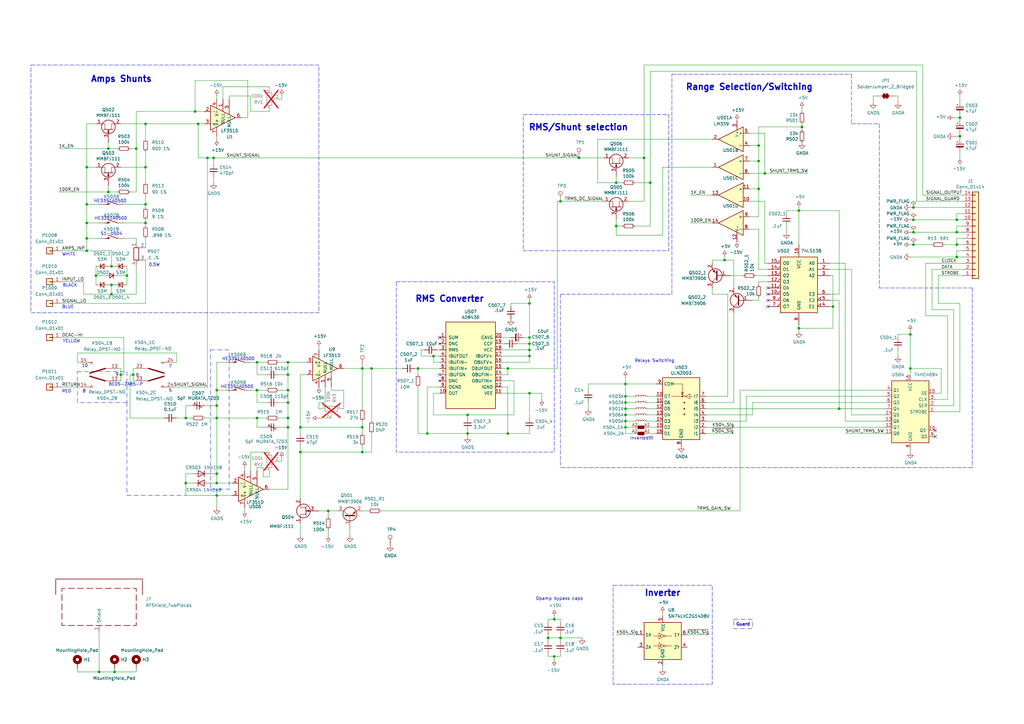
<source format=kicad_sch>
(kicad_sch (version 20231120) (generator "eeschema") (generator_version "8.0")
  (paper "A3")
  (title_block (title "Keithley DMM Option 1950") (date "2019-11-16") (rev "B") (company "OpenScopeProject") (comment 1 "AC TRMS Volts and AC/DC AMPS board"))
  (junction (at 105.41 148.59))
  (junction (at 256.54 157.48))
  (junction (at 256.54 167.64))
  (junction (at 224.79 261.62))
  (junction (at 227.33 254))
  (junction (at 76.2 198.12))
  (junction (at 344.17 167.64))
  (junction (at 217.17 140.97))
  (junction (at 40.64 275.59))
  (junction (at 118.11 148.59))
  (junction (at 311.15 66.04))
  (junction (at 81.28 50.8))
  (junction (at 217.17 161.29))
  (junction (at 252.73 92.71))
  (junction (at 229.87 261.62))
  (junction (at 229.87 82.55))
  (junction (at 393.7 55.88))
  (junction (at 88.9 171.45))
  (junction (at 123.19 175.26))
  (junction (at 85.09 64.77))
  (junction (at 59.69 68.58))
  (junction (at 88.9 166.37))
  (junction (at 44.45 78.74))
  (junction (at 35.56 83.82))
  (junction (at 217.17 146.05))
  (junction (at 392.43 95.25))
  (junction (at 45.72 109.22))
  (junction (at 148.59 185.42))
  (junction (at 392.43 105.41))
  (junction (at 49.53 153.67))
  (junction (at 105.41 171.45))
  (junction (at 208.28 177.8))
  (junction (at 256.54 170.18))
  (junction (at 44.45 60.96))
  (junction (at 266.7 74.93))
  (junction (at 148.59 151.13))
  (junction (at 88.9 203.2))
  (junction (at 59.69 50.8))
  (junction (at 227.33 269.24))
  (junction (at 327.66 134.62))
  (junction (at 118.11 160.02))
  (junction (at 35.56 68.58))
  (junction (at 59.69 91.44))
  (junction (at 393.7 48.26))
  (junction (at 177.8 146.05))
  (junction (at 39.37 113.03))
  (junction (at 191.77 177.8))
  (junction (at 327.66 86.36))
  (junction (at 152.4 151.13))
  (junction (at 118.11 153.67))
  (junction (at 208.28 151.13))
  (junction (at 392.43 90.17))
  (junction (at 264.16 64.77))
  (junction (at 313.69 71.12))
  (junction (at 134.62 209.55))
  (junction (at 311.15 77.47))
  (junction (at 191.77 170.18))
  (junction (at 256.54 162.56))
  (junction (at 80.01 45.72))
  (junction (at 118.11 171.45))
  (junction (at 252.73 74.93))
  (junction (at 374.65 90.17))
  (junction (at 392.43 100.33))
  (junction (at 123.19 185.42))
  (junction (at 46.99 275.59))
  (junction (at 328.93 52.07))
  (junction (at 341.63 125.73))
  (junction (at 52.07 113.03))
  (junction (at 374.65 95.25))
  (junction (at 105.41 160.02))
  (junction (at 59.69 83.82))
  (junction (at 76.2 171.45))
  (junction (at 217.17 124.46))
  (junction (at 373.38 137.16))
  (junction (at 35.56 97.79))
  (junction (at 256.54 165.1))
  (junction (at 311.15 59.69))
  (junction (at 87.63 64.77))
  (junction (at 237.49 64.77))
  (junction (at 217.17 143.51))
  (junction (at 88.9 198.12))
  (junction (at 217.17 138.43))
  (junction (at 35.56 102.87))
  (junction (at 45.72 120.65))
  (junction (at 148.59 175.26))
  (junction (at 256.54 175.26))
  (junction (at 118.11 165.1))
  (junction (at 45.72 116.84))
  (junction (at 88.9 160.02))
  (junction (at 118.11 175.26))
  (junction (at 175.26 177.8))
  (junction (at 374.65 85.09))
  (junction (at 88.9 194.31))
  (junction (at 55.88 60.96))
  (junction (at 171.45 151.13))
  (junction (at 374.65 100.33))
  (junction (at 256.54 172.72))
  (junction (at 373.38 151.13))
  (junction (at 297.18 106.68))
  (junction (at 35.56 91.44))
  (junction (at 54.61 153.67))
  (no_connect (at 314.96 123.19))
  (no_connect (at 314.96 120.65))
  (no_connect (at 383.54 179.07))
  (no_connect (at 383.54 176.53))
  (no_connect (at 180.34 153.67))
  (no_connect (at 180.34 138.43))
  (no_connect (at 314.96 118.11))
  (no_connect (at 314.96 125.73))
  (wire (pts (xy 140.97 160.02) (xy 140.97 167.64)))
  (wire (pts (xy 313.69 82.55) (xy 307.34 82.55)))
  (wire (pts (xy 88.9 39.37) (xy 88.9 40.64)))
  (polyline (pts (xy 31.75 152.4) (xy 52.07 152.4)) (stroke (width 0) (type dash_dot)))
  (wire (pts (xy 208.28 177.8) (xy 217.17 177.8)))
  (wire (pts (xy 59.69 62.23) (xy 59.69 68.58)))
  (wire (pts (xy 148.59 185.42) (xy 148.59 182.88)))
  (wire (pts (xy 59.69 90.17) (xy 59.69 91.44)))
  (wire (pts (xy 53.34 171.45) (xy 67.31 171.45)))
  (wire (pts (xy 85.09 64.77) (xy 85.09 158.75)))
  (wire (pts (xy 110.49 195.58) (xy 110.49 193.04)))
  (wire (pts (xy 382.27 110.49) (xy 382.27 127)))
  (wire (pts (xy 265.43 175.26) (xy 269.24 175.26)))
  (wire (pts (xy 177.8 146.05) (xy 180.34 146.05)))
  (wire (pts (xy 100.33 191.77) (xy 100.33 193.04)))
  (wire (pts (xy 229.87 82.55) (xy 247.65 82.55)))
  (wire (pts (xy 208.28 153.67) (xy 205.74 153.67)))
  (wire (pts (xy 264.16 26.67) (xy 264.16 64.77)))
  (wire (pts (xy 367.03 39.37) (xy 368.3 39.37)))
  (wire (pts (xy 171.45 177.8) (xy 175.26 177.8)))
  (wire (pts (xy 105.41 153.67) (xy 105.41 148.59)))
  (wire (pts (xy 76.2 194.31) (xy 76.2 198.12)))
  (wire (pts (xy 394.97 92.71) (xy 392.43 92.71)))
  (wire (pts (xy 134.62 219.71) (xy 134.62 217.17)))
  (wire (pts (xy 175.26 158.75) (xy 180.34 158.75)))
  (wire (pts (xy 107.95 191.77) (xy 107.95 195.58)))
  (wire (pts (xy 205.74 151.13) (xy 208.28 151.13)))
  (wire (pts (xy 172.72 143.51) (xy 173.99 143.51)))
  (wire (pts (xy 83.82 171.45) (xy 88.9 171.45)))
  (wire (pts (xy 255.27 92.71) (xy 252.73 92.71)))
  (wire (pts (xy 298.45 162.56) (xy 289.56 162.56)))
  (wire (pts (xy 130.81 167.64) (xy 132.08 167.64)))
  (wire (pts (xy 322.58 86.36) (xy 327.66 86.36)))
  (wire (pts (xy 217.17 161.29) (xy 217.17 171.45)))
  (wire (pts (xy 393.7 48.26) (xy 393.7 49.53)))
  (wire (pts (xy 130.81 165.1) (xy 133.35 165.1)))
  (wire (pts (xy 384.81 113.03) (xy 394.97 113.03)))
  (wire (pts (xy 72.39 171.45) (xy 76.2 171.45)))
  (wire (pts (xy 39.37 68.58) (xy 35.56 68.58)))
  (wire (pts (xy 374.65 100.33) (xy 382.27 100.33)))
  (polyline (pts (xy 229.87 120.65) (xy 229.87 191.77)) (stroke (width 0) (type dash)))
  (wire (pts (xy 88.9 194.31) (xy 88.9 198.12)))
  (wire (pts (xy 344.17 167.64) (xy 363.22 167.64)))
  (wire (pts (xy 135.89 160.02) (xy 140.97 160.02)))
  (wire (pts (xy 289.56 177.8) (xy 300.99 177.8)))
  (wire (pts (xy 217.17 140.97) (xy 217.17 138.43)))
  (wire (pts (xy 105.41 165.1) (xy 109.22 165.1)))
  (wire (pts (xy 322.58 87.63) (xy 322.58 86.36)))
  (wire (pts (xy 224.79 261.62) (xy 224.79 262.89)))
  (wire (pts (xy 44.45 76.2) (xy 44.45 78.74)))
  (wire (pts (xy 341.63 113.03) (xy 341.63 125.73)))
  (wire (pts (xy 95.25 203.2) (xy 88.9 203.2)))
  (wire (pts (xy 266.7 74.93) (xy 260.35 74.93)))
  (wire (pts (xy 314.96 115.57) (xy 311.15 115.57)))
  (wire (pts (xy 209.55 125.73) (xy 209.55 124.46)))
  (wire (pts (xy 386.08 151.13) (xy 386.08 161.29)))
  (wire (pts (xy 180.34 148.59) (xy 177.8 148.59)))
  (wire (pts (xy 172.72 146.05) (xy 172.72 143.51)))
  (wire (pts (xy 373.38 105.41) (xy 392.43 105.41)))
  (wire (pts (xy 252.73 260.35) (xy 261.62 260.35)))
  (wire (pts (xy 383.54 163.83) (xy 388.62 163.83)))
  (wire (pts (xy 105.41 171.45) (xy 88.9 171.45)))
  (wire (pts (xy 49.53 153.67) (xy 49.53 156.21)))
  (wire (pts (xy 256.54 175.26) (xy 260.35 175.26)))
  (wire (pts (xy 245.11 57.15) (xy 292.1 57.15)))
  (wire (pts (xy 256.54 175.26) (xy 256.54 177.8)))
  (wire (pts (xy 241.3 157.48) (xy 241.3 160.02)))
  (wire (pts (xy 46.99 109.22) (xy 45.72 109.22)))
  (wire (pts (xy 59.69 50.8) (xy 59.69 57.15)))
  (wire (pts (xy 191.77 171.45) (xy 191.77 170.18)))
  (wire (pts (xy 374.65 95.25) (xy 392.43 95.25)))
  (wire (pts (xy 289.56 165.1) (xy 300.99 165.1)))
  (wire (pts (xy 133.35 158.75) (xy 133.35 165.1)))
  (wire (pts (xy 210.82 156.21) (xy 205.74 156.21)))
  (wire (pts (xy 102.87 160.02) (xy 105.41 160.02)))
  (wire (pts (xy 105.41 160.02) (xy 105.41 165.1)))
  (polyline (pts (xy 398.78 191.77) (xy 229.87 191.77)) (stroke (width 0) (type dash)))
  (polyline (pts (xy 229.87 120.65) (xy 275.59 120.65)) (stroke (width 0) (type dash)))
  (wire (pts (xy 341.63 125.73) (xy 340.36 125.73)))
  (wire (pts (xy 358.14 39.37) (xy 359.41 39.37)))
  (wire (pts (xy 266.7 29.21) (xy 375.92 29.21)))
  (wire (pts (xy 344.17 123.19) (xy 340.36 123.19)))
  (polyline (pts (xy 31.75 165.1) (xy 31.75 152.4)) (stroke (width 0) (type dash_dot)))
  (wire (pts (xy 78.74 171.45) (xy 76.2 171.45)))
  (wire (pts (xy 76.2 194.31) (xy 78.74 194.31)))
  (wire (pts (xy 100.33 209.55) (xy 100.33 208.28)))
  (wire (pts (xy 44.45 78.74) (xy 24.13 78.74)))
  (wire (pts (xy 344.17 167.64) (xy 344.17 123.19)))
  (wire (pts (xy 53.34 153.67) (xy 54.61 153.67)))
  (wire (pts (xy 59.69 50.8) (xy 81.28 50.8)))
  (wire (pts (xy 265.43 170.18) (xy 269.24 170.18)))
  (wire (pts (xy 148.59 172.72) (xy 148.59 175.26)))
  (wire (pts (xy 349.25 110.49) (xy 340.36 110.49)))
  (wire (pts (xy 313.69 54.61) (xy 307.34 54.61)))
  (wire (pts (xy 35.56 91.44) (xy 35.56 83.82)))
  (wire (pts (xy 177.8 161.29) (xy 177.8 170.18)))
  (wire (pts (xy 224.79 269.24) (xy 227.33 269.24)))
  (polyline (pts (xy 52.07 165.1) (xy 52.07 203.2)) (stroke (width 0) (type dash_dot)))
  (wire (pts (xy 123.19 185.42) (xy 148.59 185.42)))
  (wire (pts (xy 88.9 194.31) (xy 86.36 194.31)))
  (wire (pts (xy 54.61 151.13) (xy 54.61 153.67)))
  (wire (pts (xy 383.54 166.37) (xy 391.16 166.37)))
  (wire (pts (xy 394.97 85.09) (xy 374.65 85.09)))
  (wire (pts (xy 205.74 143.51) (xy 217.17 143.51)))
  (wire (pts (xy 88.9 171.45) (xy 88.9 166.37)))
  (wire (pts (xy 373.38 100.33) (xy 374.65 100.33)))
  (wire (pts (xy 55.88 120.65) (xy 45.72 120.65)))
  (wire (pts (xy 44.45 78.74) (xy 48.26 78.74)))
  (wire (pts (xy 31.75 275.59) (xy 31.75 274.32)))
  (wire (pts (xy 311.15 93.98) (xy 311.15 110.49)))
  (wire (pts (xy 118.11 175.26) (xy 118.11 200.66)))
  (wire (pts (xy 245.11 74.93) (xy 252.73 74.93)))
  (wire (pts (xy 394.97 110.49) (xy 382.27 110.49)))
  (wire (pts (xy 394.97 102.87) (xy 392.43 102.87)))
  (wire (pts (xy 50.8 138.43) (xy 50.8 153.67)))
  (wire (pts (xy 300.99 106.68) (xy 297.18 106.68)))
  (wire (pts (xy 39.37 109.22) (xy 39.37 113.03)))
  (wire (pts (xy 134.62 209.55) (xy 138.43 209.55)))
  (wire (pts (xy 394.97 90.17) (xy 392.43 90.17)))
  (wire (pts (xy 50.8 91.44) (xy 59.69 91.44)))
  (wire (pts (xy 118.11 165.1) (xy 118.11 171.45)))
  (wire (pts (xy 340.36 120.65) (xy 344.17 120.65)))
  (wire (pts (xy 386.08 161.29) (xy 383.54 161.29)))
  (wire (pts (xy 88.9 203.2) (xy 76.2 203.2)))
  (wire (pts (xy 48.26 60.96) (xy 44.45 60.96)))
  (wire (pts (xy 311.15 93.98) (xy 307.34 93.98)))
  (wire (pts (xy 289.56 170.18) (xy 308.61 170.18)))
  (wire (pts (xy 80.01 33.02) (xy 80.01 45.72)))
  (wire (pts (xy 256.54 172.72) (xy 260.35 172.72)))
  (wire (pts (xy 170.18 151.13) (xy 171.45 151.13)))
  (wire (pts (xy 375.92 82.55) (xy 394.97 82.55)))
  (wire (pts (xy 265.43 177.8) (xy 269.24 177.8)))
  (wire (pts (xy 229.87 269.24) (xy 229.87 267.97)))
  (wire (pts (xy 25.4 102.87) (xy 35.56 102.87)))
  (wire (pts (xy 378.46 26.67) (xy 264.16 26.67)))
  (wire (pts (xy 49.53 153.67) (xy 50.8 153.67)))
  (wire (pts (xy 49.53 68.58) (xy 59.69 68.58)))
  (wire (pts (xy 265.43 165.1) (xy 269.24 165.1)))
  (wire (pts (xy 373.38 95.25) (xy 374.65 95.25)))
  (wire (pts (xy 256.54 167.64) (xy 260.35 167.64)))
  (wire (pts (xy 289.56 172.72) (xy 306.07 172.72)))
  (wire (pts (xy 40.64 97.79) (xy 35.56 97.79)))
  (wire (pts (xy 55.88 78.74) (xy 55.88 60.96)))
  (wire (pts (xy 180.34 143.51) (xy 179.07 143.51)))
  (wire (pts (xy 217.17 177.8) (xy 217.17 176.53)))
  (wire (pts (xy 327.66 86.36) (xy 344.17 86.36)))
  (wire (pts (xy 256.54 177.8) (xy 260.35 177.8)))
  (wire (pts (xy 45.72 102.87) (xy 45.72 109.22)))
  (wire (pts (xy 307.34 77.47) (xy 311.15 77.47)))
  (wire (pts (xy 46.99 274.32) (xy 46.99 275.59)))
  (wire (pts (xy 48.26 113.03) (xy 52.07 113.03)))
  (wire (pts (xy 224.79 254) (xy 227.33 254)))
  (wire (pts (xy 256.54 157.48) (xy 256.54 162.56)))
  (wire (pts (xy 327.66 135.89) (xy 327.66 134.62)))
  (wire (pts (xy 313.69 82.55) (xy 313.69 107.95)))
  (wire (pts (xy 394.97 97.79) (xy 392.43 97.79)))
  (wire (pts (xy 80.01 45.72) (xy 83.82 45.72)))
  (wire (pts (xy 393.7 55.88) (xy 393.7 57.15)))
  (wire (pts (xy 256.54 170.18) (xy 256.54 172.72)))
  (wire (pts (xy 311.15 59.69) (xy 311.15 66.04)))
  (wire (pts (xy 76.2 198.12) (xy 78.74 198.12)))
  (wire (pts (xy 300.99 118.11) (xy 300.99 106.68)))
  (wire (pts (xy 307.34 59.69) (xy 311.15 59.69)))
  (polyline (pts (xy 360.68 50.8) (xy 360.68 118.11)) (stroke (width 0) (type dash)))
  (wire (pts (xy 292.1 91.44) (xy 283.21 91.44)))
  (wire (pts (xy 252.73 96.52) (xy 252.73 92.71)))
  (wire (pts (xy 101.6 33.02) (xy 80.01 33.02)))
  (wire (pts (xy 55.88 109.22) (xy 55.88 120.65)))
  (wire (pts (xy 217.17 148.59) (xy 217.17 146.05)))
  (wire (pts (xy 394.97 95.25) (xy 392.43 95.25)))
  (wire (pts (xy 222.25 161.29) (xy 222.25 163.83)))
  (wire (pts (xy 252.73 92.71) (xy 252.73 90.17)))
  (wire (pts (xy 227.33 269.24) (xy 227.33 270.51)))
  (wire (pts (xy 368.3 138.43) (xy 368.3 137.16)))
  (wire (pts (xy 148.59 149.86) (xy 148.59 151.13)))
  (wire (pts (xy 152.4 151.13) (xy 165.1 151.13)))
  (wire (pts (xy 224.79 260.35) (xy 224.79 261.62)))
  (wire (pts (xy 304.8 113.03) (xy 299.72 113.03)))
  (wire (pts (xy 93.98 39.37) (xy 102.87 39.37)))
  (wire (pts (xy 114.3 160.02) (xy 118.11 160.02)))
  (wire (pts (xy 55.88 156.21) (xy 54.61 156.21)))
  (wire (pts (xy 55.88 151.13) (xy 54.61 151.13)))
  (wire (pts (xy 271.78 274.32) (xy 271.78 273.05)))
  (wire (pts (xy 344.17 86.36) (xy 344.17 120.65)))
  (wire (pts (xy 171.45 153.67) (xy 171.45 151.13)))
  (wire (pts (xy 177.8 148.59) (xy 177.8 146.05)))
  (wire (pts (xy 264.16 64.77) (xy 264.16 82.55)))
  (wire (pts (xy 392.43 97.79) (xy 392.43 100.33)))
  (polyline (pts (xy 349.25 50.8) (xy 360.68 50.8)) (stroke (width 0) (type dash)))
  (wire (pts (xy 177.8 170.18) (xy 191.77 170.18)))
  (wire (pts (xy 373.38 184.15) (xy 373.38 185.42)))
  (wire (pts (xy 25.4 158.75) (xy 33.02 158.75)))
  (wire (pts (xy 382.27 127) (xy 391.16 127)))
  (wire (pts (xy 393.7 62.23) (xy 393.7 64.77)))
  (wire (pts (xy 115.57 39.37) (xy 115.57 40.64)))
  (wire (pts (xy 191.77 176.53) (xy 191.77 177.8)))
  (wire (pts (xy 81.28 50.8) (xy 83.82 50.8)))
  (wire (pts (xy 394.97 100.33) (xy 392.43 100.33)))
  (wire (pts (xy 156.21 209.55) (xy 303.53 209.55)))
  (wire (pts (xy 102.87 193.04) (xy 102.87 185.42)))
  (wire (pts (xy 135.89 158.75) (xy 135.89 160.02)))
  (wire (pts (xy 48.26 156.21) (xy 49.53 156.21)))
  (wire (pts (xy 307.34 66.04) (xy 311.15 66.04)))
  (wire (pts (xy 373.38 137.16) (xy 373.38 135.89)))
  (wire (pts (xy 55.88 60.96) (xy 53.34 60.96)))
  (wire (pts (xy 392.43 92.71) (xy 392.43 95.25)))
  (wire (pts (xy 54.61 153.67) (xy 54.61 156.21)))
  (wire (pts (xy 313.69 71.12) (xy 331.47 71.12)))
  (wire (pts (xy 191.77 179.07) (xy 191.77 177.8)))
  (wire (pts (xy 81.28 50.8) (xy 81.28 64.77)))
  (wire (pts (xy 35.56 91.44) (xy 35.56 97.79)))
  (wire (pts (xy 228.6 82.55) (xy 229.87 82.55)))
  (wire (pts (xy 59.69 106.68) (xy 59.69 124.46)))
  (wire (pts (xy 327.66 134.62) (xy 327.66 133.35)))
  (wire (pts (xy 391.16 48.26) (xy 393.7 48.26)))
  (wire (pts (xy 52.07 113.03) (xy 52.07 116.84)))
  (wire (pts (xy 289.56 175.26) (xy 363.22 175.26)))
  (wire (pts (xy 152.4 185.42) (xy 152.4 177.8)))
  (wire (pts (xy 110.49 35.56) (xy 110.49 36.83)))
  (wire (pts (xy 49.53 50.8) (xy 59.69 50.8)))
  (wire (pts (xy 252.73 74.93) (xy 252.73 72.39)))
  (wire (pts (xy 328.93 52.07) (xy 311.15 52.07)))
  (wire (pts (xy 151.13 209.55) (xy 148.59 209.55)))
  (wire (pts (xy 298.45 120.65) (xy 292.1 120.65)))
  (wire (pts (xy 118.11 171.45) (xy 114.3 171.45)))
  (polyline (pts (xy 52.07 165.1) (xy 31.75 165.1)) (stroke (width 0) (type dash_dot)))
  (wire (pts (xy 265.43 172.72) (xy 269.24 172.72)))
  (wire (pts (xy 91.44 35.56) (xy 91.44 40.64)))
  (wire (pts (xy 229.87 260.35) (xy 229.87 261.62)))
  (wire (pts (xy 130.81 142.24) (xy 130.81 143.51)))
  (wire (pts (xy 373.38 137.16) (xy 373.38 151.13)))
  (wire (pts (xy 44.45 116.84) (xy 45.72 116.84)))
  (wire (pts (xy 118.11 160.02) (xy 118.11 153.67)))
  (wire (pts (xy 45.72 120.65) (xy 45.72 116.84)))
  (wire (pts (xy 125.73 148.59) (xy 118.11 148.59)))
  (wire (pts (xy 363.22 160.02) (xy 303.53 160.02)))
  (wire (pts (xy 346.71 107.95) (xy 340.36 107.95)))
  (wire (pts (xy 130.81 171.45) (xy 135.89 171.45)))
  (wire (pts (xy 105.41 193.04) (xy 105.41 191.77)))
  (wire (pts (xy 306.07 172.72) (xy 306.07 162.56)))
  (wire (pts (xy 309.88 113.03) (xy 314.96 113.03)))
  (wire (pts (xy 118.11 153.67) (xy 118.11 148.59)))
  (wire (pts (xy 256.54 157.48) (xy 241.3 157.48)))
  (wire (pts (xy 101.6 48.26) (xy 101.6 33.02)))
  (wire (pts (xy 72.39 148.59) (xy 72.39 144.78)))
  (wire (pts (xy 394.97 87.63) (xy 392.43 87.63)))
  (polyline (pts (xy 52.07 203.2) (xy 76.2 203.2)) (stroke (width 0) (type dash_dot)))
  (wire (pts (xy 311.15 115.57) (xy 311.15 116.84)))
  (wire (pts (xy 59.69 68.58) (xy 59.69 74.93)))
  (wire (pts (xy 227.33 269.24) (xy 229.87 269.24)))
  (wire (pts (xy 208.28 151.13) (xy 208.28 153.67)))
  (wire (pts (xy 393.7 55.88) (xy 393.7 54.61)))
  (wire (pts (xy 109.22 175.26) (xy 105.41 175.26)))
  (wire (pts (xy 105.41 191.77) (xy 107.95 191.77)))
  (wire (pts (xy 257.81 82.55) (xy 264.16 82.55)))
  (wire (pts (xy 31.75 144.78) (xy 31.75 148.59)))
  (wire (pts (xy 308.61 170.18) (xy 308.61 165.1)))
  (wire (pts (xy 99.06 48.26) (xy 101.6 48.26)))
  (wire (pts (xy 393.7 124.46) (xy 384.81 124.46)))
  (wire (pts (xy 363.22 172.72) (xy 346.71 172.72)))
  (wire (pts (xy 148.59 175.26) (xy 148.59 177.8)))
  (wire (pts (xy 55.88 60.96) (xy 55.88 45.72)))
  (wire (pts (xy 256.54 162.56) (xy 260.35 162.56)))
  (wire (pts (xy 180.34 161.29) (xy 177.8 161.29)))
  (wire (pts (xy 314.96 107.95) (xy 313.69 107.95)))
  (wire (pts (xy 292.1 80.01) (xy 283.21 80.01)))
  (wire (pts (xy 171.45 151.13) (xy 180.34 151.13)))
  (wire (pts (xy 55.88 97.79) (xy 55.88 99.06)))
  (wire (pts (xy 175.26 177.8) (xy 175.26 158.75)))
  (wire (pts (xy 91.44 35.56) (xy 110.49 35.56)))
  (wire (pts (xy 266.7 92.71) (xy 260.35 92.71)))
  (wire (pts (xy 271.78 68.58) (xy 292.1 68.58)))
  (polyline (pts (xy 275.59 120.65) (xy 275.59 30.48)) (stroke (width 0) (type dash)))
  (wire (pts (xy 363.22 170.18) (xy 349.25 170.18)))
  (wire (pts (xy 143.51 219.71) (xy 143.51 217.17)))
  (wire (pts (xy 52.07 109.22) (xy 52.07 113.03)))
  (wire (pts (xy 328.93 52.07) (xy 328.93 50.8)))
  (polyline (pts (xy 349.25 30.48) (xy 349.25 50.8)) (stroke (width 0) (type dash)))
  (wire (pts (xy 118.11 200.66) (xy 110.49 200.66)))
  (wire (pts (xy 256.54 172.72) (xy 256.54 175.26)))
  (wire (pts (xy 210.82 170.18) (xy 210.82 156.21)))
  (wire (pts (xy 245.11 57.15) (xy 245.11 74.93)))
  (wire (pts (xy 53.34 78.74) (xy 55.88 78.74)))
  (wire (pts (xy 392.43 87.63) (xy 392.43 90.17)))
  (wire (pts (xy 349.25 170.18) (xy 349.25 110.49)))
  (wire (pts (xy 394.97 105.41) (xy 392.43 105.41)))
  (wire (pts (xy 118.11 165.1) (xy 118.11 160.02)))
  (wire (pts (xy 88.9 148.59) (xy 92.71 148.59)))
  (wire (pts (xy 152.4 151.13) (xy 152.4 172.72)))
  (wire (pts (xy 391.16 55.88) (xy 393.7 55.88)))
  (wire (pts (xy 297.18 106.68) (xy 297.18 105.41)))
  (wire (pts (xy 340.36 113.03) (xy 341.63 113.03)))
  (wire (pts (xy 217.17 146.05) (xy 217.17 143.51)))
  (wire (pts (xy 306.07 162.56) (xy 363.22 162.56)))
  (wire (pts (xy 50.8 83.82) (xy 59.69 83.82)))
  (wire (pts (xy 256.54 170.18) (xy 260.35 170.18)))
  (wire (pts (xy 391.16 127) (xy 391.16 166.37)))
  (wire (pts (xy 373.38 151.13) (xy 373.38 153.67)))
  (wire (pts (xy 114.3 165.1) (xy 118.11 165.1)))
  (polyline (pts (xy 275.59 30.48) (xy 349.25 30.48)) (stroke (width 0) (type dash)))
  (wire (pts (xy 152.4 151.13) (xy 148.59 151.13)))
  (wire (pts (xy 49.53 151.13) (xy 49.53 153.67)))
  (wire (pts (xy 110.49 45.72) (xy 110.49 44.45)))
  (wire (pts (xy 271.78 96.52) (xy 252.73 96.52)))
  (wire (pts (xy 379.73 107.95) (xy 394.97 107.95)))
  (wire (pts (xy 118.11 175.26) (xy 114.3 175.26)))
  (wire (pts (xy 109.22 171.45) (xy 105.41 171.45)))
  (wire (pts (xy 327.66 85.09) (xy 327.66 86.36)))
  (wire (pts (xy 208.28 151.13) (xy 228.6 151.13)))
  (wire (pts (xy 55.88 45.72) (xy 80.01 45.72)))
  (wire (pts (xy 209.55 138.43) (xy 205.74 138.43)))
  (wire (pts (xy 313.69 71.12) (xy 313.69 54.61)))
  (wire (pts (xy 224.79 254) (xy 224.79 255.27)))
  (wire (pts (xy 383.54 168.91) (xy 393.7 168.91)))
  (wire (pts (xy 392.43 102.87) (xy 392.43 105.41)))
  (wire (pts (xy 297.18 106.68) (xy 292.1 106.68)))
  (wire (pts (xy 394.97 80.01) (xy 378.46 80.01)))
  (wire (pts (xy 88.9 160.02) (xy 88.9 148.59)))
  (wire (pts (xy 256.54 165.1) (xy 260.35 165.1)))
  (wire (pts (xy 35.56 102.87) (xy 35.56 97.79)))
  (wire (pts (xy 256.54 167.64) (xy 256.54 170.18)))
  (wire (pts (xy 115.57 187.96) (xy 115.57 189.23)))
  (wire (pts (xy 53.34 171.45) (xy 53.34 153.67)))
  (wire (pts (xy 85.09 64.77) (xy 87.63 64.77)))
  (wire (pts (xy 327.66 86.36) (xy 327.66 100.33)))
  (wire (pts (xy 191.77 177.8) (xy 175.26 177.8)))
  (wire (pts (xy 363.22 177.8) (xy 346.71 177.8)))
  (wire (pts (xy 229.87 254) (xy 229.87 255.27)))
  (wire (pts (xy 393.7 41.91) (xy 393.7 39.37)))
  (wire (pts (xy 102.87 148.59) (xy 105.41 148.59)))
  (wire (pts (xy 39.37 113.03) (xy 39.37 116.84)))
  (wire (pts (xy 322.58 95.25) (xy 322.58 92.71)))
  (wire (pts (xy 228.6 82.55) (xy 228.6 151.13)))
  (wire (pts (xy 31.75 148.59) (xy 33.02 148.59)))
  (wire (pts (xy 191.77 170.18) (xy 210.82 170.18)))
  (wire (pts (xy 237.49 64.77) (xy 247.65 64.77)))
  (wire (pts (xy 76.2 171.45) (xy 76.2 166.37)))
  (wire (pts (xy 102.87 45.72) (xy 110.49 45.72)))
  (wire (pts (xy 289.56 167.64) (xy 344.17 167.64)))
  (wire (pts (xy 45.72 116.84) (xy 46.99 116.84)))
  (wire (pts (xy 35.56 83.82) (xy 35.56 68.58)))
  (wire (pts (xy 93.98 40.64) (xy 93.98 39.37)))
  (wire (pts (xy 115.57 40.64) (xy 114.3 40.64)))
  (wire (pts (xy 88.9 203.2) (xy 88.9 208.28)))
  (wire (pts (xy 384.81 124.46) (xy 384.81 113.03)))
  (wire (pts (xy 378.46 80.01) (xy 378.46 26.67)))
  (wire (pts (xy 265.43 162.56) (xy 269.24 162.56)))
  (wire (pts (xy 208.28 158.75) (xy 208.28 177.8)))
  (wire (pts (xy 327.66 134.62) (xy 341.63 134.62)))
  (wire (pts (xy 87.63 72.39) (xy 87.63 74.93)))
  (wire (pts (xy 109.22 153.67) (xy 105.41 153.67)))
  (wire (pts (xy 379.73 129.54) (xy 379.73 107.95)))
  (wire (pts (xy 205.74 148.59) (xy 217.17 148.59)))
  (wire (pts (xy 123.19 177.8) (xy 123.19 175.26)))
  (wire (pts (xy 105.41 175.26) (xy 105.41 171.45)))
  (wire (pts (xy 40.64 91.44) (xy 35.56 91.44)))
  (wire (pts (xy 88.9 198.12) (xy 86.36 198.12)))
  (wire (pts (xy 25.4 138.43) (xy 50.8 138.43)))
  (wire (pts (xy 229.87 261.62) (xy 229.87 262.89)))
  (wire (pts (xy 256.54 154.94) (xy 256.54 157.48)))
  (wire (pts (xy 34.29 120.65) (xy 34.29 115.57)))
  (wire (pts (xy 214.63 138.43) (xy 217.17 138.43)))
  (wire (pts (xy 88.9 57.15) (xy 88.9 55.88)))
  (wire (pts (xy 46.99 275.59) (xy 55.88 275.59)))
  (wire (pts (xy 388.62 129.54) (xy 379.73 129.54)))
  (wire (pts (xy 76.2 166.37) (xy 78.74 166.37)))
  (wire (pts (xy 59.69 97.79) (xy 59.69 101.6)))
  (wire (pts (xy 40.64 83.82) (xy 35.56 83.82)))
  (wire (pts (xy 76.2 203.2) (xy 76.2 198.12)))
  (wire (pts (xy 311.15 88.9) (xy 307.34 88.9)))
  (wire (pts (xy 123.19 214.63) (xy 123.19 219.71)))
  (wire (pts (xy 358.14 41.91) (xy 358.14 39.37)))
  (wire (pts (xy 87.63 64.77) (xy 237.49 64.77)))
  (wire (pts (xy 229.87 261.62) (xy 224.79 261.62)))
  (wire (pts (xy 227.33 254) (xy 227.33 252.73)))
  (polyline (pts (xy 360.68 118.11) (xy 398.78 118.11)) (stroke (width 0) (type dash)))
  (wire (pts (xy 241.3 167.64) (xy 241.3 165.1)))
  (wire (pts (xy 298.45 120.65) (xy 298.45 162.56)))
  (wire (pts (xy 217.17 161.29) (xy 222.25 161.29)))
  (wire (pts (xy 44.45 60.96) (xy 44.45 58.42)))
  (wire (pts (xy 224.79 267.97) (xy 224.79 269.24)))
  (wire (pts (xy 300.99 128.27) (xy 300.99 165.1)))
  (wire (pts (xy 227.33 254) (xy 229.87 254)))
  (wire (pts (xy 292.1 120.65) (xy 292.1 118.11)))
  (wire (pts (xy 148.59 151.13) (xy 148.59 167.64)))
  (wire (pts (xy 123.19 182.88) (xy 123.19 185.42)))
  (wire (pts (xy 123.19 175.26) (xy 148.59 175.26)))
  (wire (pts (xy 123.19 153.67) (xy 123.19 175.26)))
  (wire (pts (xy 107.95 195.58) (xy 110.49 195.58)))
  (wire (pts (xy 373.38 151.13) (xy 386.08 151.13)))
  (wire (pts (xy 92.71 160.02) (xy 88.9 160.02)))
  (polyline (pts (xy 398.78 118.11) (xy 398.78 191.77)) (stroke (width 0) (type dash)))
  (wire (pts (xy 88.9 166.37) (xy 88.9 160.02)))
  (wire (pts (xy 374.65 90.17) (xy 392.43 90.17)))
  (wire (pts (xy 114.3 153.67) (xy 118.11 153.67)))
  (polyline (pts (xy 52.07 152.4) (xy 52.07 165.1)) (stroke (width 0) (type dash_dot)))
  (wire (pts (xy 148.59 185.42) (xy 152.4 185.42)))
  (wire (pts (xy 303.53 209.55) (xy 303.53 160.02)))
  (wire (pts (xy 83.82 166.37) (xy 88.9 166.37)))
  (wire (pts (xy 311.15 66.04) (xy 311.15 77.47)))
  (wire (pts (xy 205.74 158.75) (xy 208.28 158.75)))
  (wire (pts (xy 102.87 39.37) (xy 102.87 45.72)))
  (wire (pts (xy 217.17 143.51) (xy 217.17 140.97)))
  (wire (pts (xy 134.62 209.55) (xy 130.81 209.55)))
  (wire (pts (xy 44.45 60.96) (xy 24.13 60.96)))
  (wire (pts (xy 368.3 137.16) (xy 373.38 137.16)))
  (wire (pts (xy 102.87 185.42) (xy 110.49 185.42)))
  (wire (pts (xy 311.15 77.47) (xy 311.15 88.9)))
  (wire (pts (xy 59.69 91.44) (xy 59.69 92.71)))
  (wire (pts (xy 205.74 161.29) (xy 217.17 161.29)))
  (wire (pts (xy 266.7 92.71) (xy 266.7 74.93)))
  (wire (pts (xy 48.26 151.13) (xy 49.53 151.13)))
  (wire (pts (xy 123.19 185.42) (xy 123.19 204.47)))
  (wire (pts (xy 256.54 162.56) (xy 256.54 165.1)))
  (wire (pts (xy 388.62 163.83) (xy 388.62 129.54)))
  (wire (pts (xy 123.19 153.67) (xy 125.73 153.67)))
  (wire (pts (xy 40.64 275.59) (xy 46.99 275.59)))
  (wire (pts (xy 171.45 158.75) (xy 171.45 177.8)))
  (wire (pts (xy 209.55 124.46) (xy 217.17 124.46)))
  (wire (pts (xy 212.09 140.97) (xy 217.17 140.97)))
  (wire (pts (xy 55.88 275.59) (xy 55.88 274.32)))
  (wire (pts (xy 34.29 120.65) (xy 45.72 120.65)))
  (wire (pts (xy 255.27 74.93) (xy 252.73 74.93)))
  (wire (pts (xy 71.12 158.75) (xy 85.09 158.75)))
  (wire (pts (xy 88.9 171.45) (xy 88.9 194.31)))
  (wire (pts (xy 25.4 124.46) (xy 59.69 124.46)))
  (wire (pts (xy 118.11 171.45) (xy 118.11 175.26)))
  (wire (pts (xy 72.39 144.78) (xy 31.75 144.78)))
  (wire (pts (xy 177.8 146.05) (xy 172.72 146.05)))
  (wire (pts (xy 266.7 74.93) (xy 266.7 29.21)))
  (wire (pts (xy 375.92 29.21) (xy 375.92 82.55)))
  (wire (pts (xy 35.56 50.8) (xy 39.37 50.8)))
  (wire (pts (xy 271.78 251.46) (xy 271.78 252.73)))
  (wire (pts (xy 205.74 146.05) (xy 217.17 146.05)))
  (wire (pts (xy 256.54 165.1) (xy 256.54 167.64)))
  (wire (pts (xy 130.81 167.64) (xy 130.81 165.1)))
  (wire (pts (xy 314.96 110.49) (xy 311.15 110.49)))
  (wire (pts (xy 105.41 160.02) (xy 109.22 160.02)))
  (wire (pts (xy 374.65 85.09) (xy 373.38 85.09)))
  (wire (pts (xy 134.62 212.09) (xy 134.62 209.55)))
  (wire (pts (xy 35.56 102.87) (xy 45.72 102.87)))
  (wire (pts (xy 271.78 68.58) (xy 271.78 96.52)))
  (wire (pts (xy 140.97 151.13) (xy 148.59 151.13)))
  (wire (pts (xy 387.35 100.33) (xy 392.43 100.33)))
  (wire (pts (xy 140.97 167.64) (xy 139.7 167.64)))
  (wire (pts (xy 292.1 106.68) (xy 292.1 107.95)))
  (polyline (pts (xy 88.9 200.66) (xy 88.9 203.2)) (stroke (width 0) (type dash_dot)))
  (wire (pts (xy 115.57 189.23) (xy 114.3 189.23)))
  (wire (pts (xy 328.93 53.34) (xy 328.93 52.07)))
  (wire (pts (xy 118.11 148.59) (xy 114.3 148.59)))
  (wire (pts (xy 217.17 124.46) (xy 217.17 123.19)))
  (wire (pts (xy 229.87 261.62) (xy 238.76 261.62)))
  (wire (pts (xy 307.34 71.12) (xy 313.69 71.12)))
  (wire (pts (xy 88.9 198.12) (xy 95.25 198.12)))
  (wire (pts (xy 40.64 259.08) (xy 40.64 275.59)))
  (wire (pts (xy 346.71 172.72) (xy 346.71 107.95)))
  (wire (pts (xy 257.81 64.77) (xy 264.16 64.77)))
  (wire (pts (xy 81.28 64.77) (xy 85.09 64.77)))
  (wire (pts (xy 191.77 177.8) (xy 208.28 177.8)))
  (wire (pts (xy 39.37 113.03) (xy 43.18 113.03)))
  (wire (pts (xy 59.69 83.82) (xy 59.69 85.09)))
  (wire (pts (xy 256.54 157.48) (xy 269.24 157.48)))
  (wire (pts (xy 368.3 39.37) (xy 368.3 41.91)))
  (wire (pts (xy 45.72 109.22) (xy 44.45 109.22)))
  (wire (pts (xy 290.83 260.35) (xy 281.94 260.35)))
  (wire (pts (xy 40.64 275.59) (xy 31.75 275.59)))
  (wire (pts (xy 341.63 134.62) (xy 341.63 125.73)))
  (wire (pts (xy 265.43 167.64) (xy 269.24 167.64)))
  (wire (pts (xy 373.38 90.17) (xy 374.65 90.17)))
  (wire (pts (xy 393.7 46.99) (xy 393.7 48.26)))
  (wire (pts (xy 207.01 140.97) (xy 205.74 140.97)))
  (wire (pts (xy 217.17 138.43) (xy 217.17 124.46)))
  (wire (pts (xy 71.12 148.59) (xy 72.39 148.59)))
  (wire (pts (xy 311.15 121.92) (xy 311.15 123.19)))
  (wire (pts (xy 311.15 52.07) (xy 311.15 59.69)))
  (wire (pts (xy 368.3 146.05) (xy 368.3 143.51)))
  (wire (pts (xy 87.63 67.31) (xy 87.63 64.77)))
  (wire (pts (xy 393.7 168.91) (xy 393.7 124.46)))
  (wire (pts (xy 35.56 68.58) (xy 35.56 50.8)))
  (wire (pts (xy 55.88 97.79) (xy 50.8 97.79)))
  (wire (pts (xy 308.61 165.1) (xy 363.22 165.1)))
  (wire (pts (xy 105.41 148.59) (xy 109.22 148.59)))
  (wire (pts (xy 311.15 123.19) (xy 308.61 123.19)))
  (wire (pts (xy 25.4 115.57) (xy 34.29 115.57)))
  (wire (pts (xy 328.93 45.72) (xy 328.93 44.45)))
  (wire (pts (xy 59.69 80.01) (xy 59.69 83.82)))
  (rectangle (start 162.56 115.57) (end 227.33 185.42) (stroke (width 0) (type dash)))
  (rectangle (start 214.63 46.99) (end 274.32 102.87) (stroke (width 0) (type dash)))
  (rectangle (start 86.36 143.51) (end 93.98 200.66) (stroke (width 0) (type dash_dot)))
  (rectangle (start 251.46 240.03) (end 292.1 280.67) (stroke (width 0) (type dash)))
  (rectangle (start 12.7 26.67) (end 130.81 128.27) (stroke (width 0) (type dash)))
  (text_box "Guard" (at 300.99 254 0) (size 7.62 3.81) (stroke (width 0) (type dash_dot)) (effects (font (size 1.27 1.27) (thickness 0.254) (bold yes))))
  (text "Inverted!!!" (at 263.144 179.832 0) (effects (font (size 1.27 1.27))))
  (text "6" (at 56.388 153.924 0) (effects (font (size 1.27 1.27))))
  (text "Relays Switching" (at 268.478 148.082 0) (effects (font (size 1.27 1.27) (thickness 0.1588))))
  (text "BLUE" (at 25.4 126.746 0) (effects (font (size 1.27 1.27)) (justify left bottom)))
  (text "RMS/Shunt selection" (at 237.236 52.324 0) (effects (font (size 2.54 2.54) (thickness 0.508) (bold yes))))
  (text "BE05-2A85-P" (at 51.562 157.734 0) (effects (font (size 1.27 1.27))))
  (text "9" (at 48.006 153.67 0) (effects (font (size 1.27 1.27))))
  (text "Opamp bypass caps" (at 219.71 246.38 0) (effects (font (size 1.27 1.27)) (justify left bottom)))
  (text "YELLOW" (at 25.654 140.716 0) (effects (font (size 1.27 1.27)) (justify left bottom)))
  (text "0.5W" (at 60.96 109.474 0) (effects (font (size 1.27 1.27)) (justify left bottom)))
  (text "7" (at 69.85 150.368 0) (effects (font (size 1.27 1.27))))
  (text "Range Selection/Switching" (at 307.34 35.814 0) (effects (font (size 2.54 2.54) (thickness 0.508) (bold yes))))
  (text "S1-0504" (at 45.72 96.012 0) (effects (font (size 1.27 1.27))))
  (text "HE3351A0500" (at 97.79 147.32 0) (effects (font (size 1.27 1.27))))
  (text "8" (at 34.544 160.528 0) (effects (font (size 1.27 1.27))))
  (text "RMS Converter" (at 184.404 122.682 0) (effects (font (size 2.54 2.54) (thickness 0.508) (bold yes))))
  (text "WHITE" (at 25.4 105.156 0) (effects (font (size 1.27 1.27)) (justify left bottom)))
  (text "BLACK" (at 25.654 117.856 0) (effects (font (size 1.27 1.27)) (justify left bottom)))
  (text "ToDo:\n* Relay Footprints" (at 31.75 -72.39 0) (effects (font (size 5.08 5.08)) (justify left top)))
  (text "Amps Shunts" (at 49.784 32.512 0) (effects (font (size 2.54 2.54) (thickness 0.508) (bold yes))))
  (text "HE3351A0500" (at 45.212 82.55 0) (effects (font (size 1.27 1.27))))
  (text "HE3351A0500" (at 45.466 89.662 0) (effects (font (size 1.27 1.27))))
  (text "5" (at 69.85 160.274 0) (effects (font (size 1.27 1.27))))
  (text "Inverter" (at 271.78 243.332 0) (effects (font (size 2.54 2.54) (thickness 0.508) (bold yes))))
  (text "10" (at 34.798 150.114 0) (effects (font (size 1.27 1.27))))
  (text "HE3351A0500" (at 97.282 158.75 0) (effects (font (size 1.27 1.27))))
  (text "RED" (at 25.4 161.29 0) (effects (font (size 1.27 1.27)) (justify left bottom)))
  (label "SHUNT_SIGNAL" (at 106.68 64.77 180))
  (label "INPUT_LO" (at 25.4 115.57 0))
  (label "1K_EN" (at 24.13 60.96 0))
  (label "SHUNT_TRMS_SW" (at 331.47 71.12 180))
  (label "SHUNT_TRMS_SW" (at 346.71 177.8 0))
  (label "SIGNAL_OUTPUT" (at 379.73 80.01 0))
  (label "DATA" (at 386.08 110.49 0))
  (label "~{K504_Sig}" (at 290.83 260.35 180))
  (label "K504_Sig" (at 292.1 175.26 0))
  (label "CLOCK" (at 386.08 107.95 0))
  (label "AMPS_INP" (at 25.4 102.87 0))
  (label "SIGNAL_LO" (at 25.4 124.46 0))
  (label "SHUNT_SIGNAL" (at 85.09 158.75 180))
  (label "TRMS_GAIN_SW" (at 285.75 209.55 0))
  (label "100R_EN" (at 283.21 91.44 0))
  (label "~{K504_Sig}" (at 300.99 177.8 180))
  (label "RETURN" (at 25.4 158.75 0))
  (label "TRMS_DC_SIGNAL" (at 247.65 82.55 180))
  (label "SIGNAL_GUARD" (at 379.73 82.55 0))
  (label "100R_EN" (at 24.13 78.74 0))
  (label "1K_EN" (at 283.21 80.01 0))
  (label "DCAC-HI" (at 25.4 138.43 0))
  (label "K504_Sig" (at 252.73 260.35 0))
  (label "SHUNT_SIGNAL" (at 237.49 64.77 180))
  (label "STROBE" (at 386.08 113.03 0))
  (symbol (lib_id "Connector_Generic:Conn_01x14") (at 400.05 97.79 0) (mirror x) (unit 1)
    (property "Reference" "J1" (at 397.9672 74.295 0))
    (property "Value" "Conn_01x14" (at 397.9672 76.6064 0))
    (property "Footprint" "Package_DIP:DIP-14_W7.62mm_Socket_LongPads" (effects (hide yes)))
  )
  (symbol (lib_id "project:LM339") (at 299.72 57.15 0) (mirror y) (unit 1)
    (property "Reference" "U501" (at 297.18 48.26 0))
    (property "Value" "LM339" (at 295.91 50.8 0))
    (property "Footprint" "Package_SO:SOIC-14_3.9x8.7mm_P1.27mm" (effects (hide yes)))
    (property "Datasheet" "http://www.ti.com/lit/ds/symlink/lm339.pdf" (effects (hide yes)))
  )
  (symbol (lib_id "project:LM339") (at 299.72 68.58 0) (mirror y) (unit 2)
    (property "Reference" "U501" (at 299.72 61.595 0))
    (property "Value" "LM339" (effects (hide yes)))
    (property "Footprint" "Package_SO:SOIC-14_3.9x8.7mm_P1.27mm" (effects (hide yes)))
    (property "Datasheet" "http://www.ti.com/lit/ds/symlink/lm339.pdf" (effects (hide yes)))
  )
  (symbol (lib_id "project:LM339") (at 299.72 80.01 0) (mirror y) (unit 3)
    (property "Reference" "U501" (at 299.72 73.025 0))
    (property "Value" "LM339" (effects (hide yes)))
    (property "Footprint" "Package_SO:SOIC-14_3.9x8.7mm_P1.27mm" (effects (hide yes)))
    (property "Datasheet" "http://www.ti.com/lit/ds/symlink/lm339.pdf" (effects (hide yes)))
  )
  (symbol (lib_id "project:LM339") (at 299.72 91.44 0) (mirror y) (unit 4)
    (property "Reference" "U501" (at 299.72 84.455 0))
    (property "Value" "LM339" (effects (hide yes)))
    (property "Footprint" "Package_SO:SOIC-14_3.9x8.7mm_P1.27mm" (effects (hide yes)))
    (property "Datasheet" "http://www.ti.com/lit/ds/symlink/lm339.pdf" (effects (hide yes)))
  )
  (symbol (lib_id "project:LM339") (at 304.8 57.15 0) (unit 5)
    (property "Reference" "U501" (effects (hide yes)))
    (property "Value" "LM339" (effects (hide yes)))
    (property "Footprint" "Package_SO:SOIC-14_3.9x8.7mm_P1.27mm" (effects (hide yes)))
    (property "Datasheet" "http://www.ti.com/lit/ds/symlink/lm339.pdf" (effects (hide yes)))
  )
  (symbol (lib_id "74xx:74LS138") (at 327.66 115.57 0) (mirror y) (unit 1)
    (property "Reference" "U502" (at 321.31 102.87 0))
    (property "Value" "74LS138" (at 332.74 102.87 0))
    (property "Footprint" "Package_SO:SOIC-16_3.9x9.9mm_P1.27mm" (effects (hide yes)))
    (property "Datasheet" "http://www.ti.com/lit/gpn/sn74LS138" (effects (hide yes)))
  )
  (symbol (lib_id "Device:Q_NJFET_DSG") (at 44.45 53.34 90) (unit 1)
    (property "Reference" "Q502" (at 44.45 45.0088 90))
    (property "Value" "MMBFJ111" (at 44.45 47.3202 90))
    (property "Footprint" "Package_TO_SOT_SMD:SOT-23" (effects (hide yes)))
  )
  (symbol (lib_id "Device:Q_NJFET_DSG") (at 44.45 71.12 90) (unit 1)
    (property "Reference" "Q503" (at 44.45 62.7888 90))
    (property "Value" "MMBFJ111" (at 44.45 65.1002 90))
    (property "Footprint" "Package_TO_SOT_SMD:SOT-23" (effects (hide yes)))
  )
  (symbol (lib_id "Device:Q_NJFET_DSG") (at 252.73 67.31 90) (unit 1)
    (property "Reference" "Q506" (at 252.73 58.9788 90))
    (property "Value" "MMBFJ111" (at 252.73 61.2902 90))
    (property "Footprint" "Package_TO_SOT_SMD:SOT-23" (effects (hide yes)))
  )
  (symbol (lib_id "Device:Q_NJFET_DSG") (at 252.73 85.09 90) (unit 1)
    (property "Reference" "Q505" (at 252.73 76.7588 90))
    (property "Value" "MMBFJ111" (at 252.73 79.0702 90))
    (property "Footprint" "Package_TO_SOT_SMD:SOT-23" (effects (hide yes)))
  )
  (symbol (lib_id "Device:Q_NJFET_DSG") (at 125.73 209.55 180) (unit 1)
    (property "Reference" "Q504" (at 120.65 212.09 0) (effects (justify left)))
    (property "Value" "MMBFJ111" (at 120.65 215.9 0) (effects (justify left)))
    (property "Footprint" "Package_TO_SOT_SMD:SOT-23" (effects (hide yes)))
  )
  (symbol (lib_id "Transistor_BJT:MMBT3906") (at 143.51 212.09 90) (unit 1)
    (property "Reference" "Q501" (at 144.78 203.2 90) (effects (justify left)))
    (property "Value" "MMBT3906" (at 148.59 205.74 90) (effects (justify left)))
    (property "Footprint" "Package_TO_SOT_SMD:SOT-23" (effects (hide yes)))
    (property "Datasheet" "https://www.fairchildsemi.com/datasheets/2N/2N3906.pdf" (effects (hide yes)))
  )
  (symbol (lib_id "project:Relay_SP2P") (at 262.89 172.72 0) (unit 1)
    (property "Reference" "K505" (at 252.73 172.72 0))
    (property "Value" "Relay_SP2P" (effects (hide yes)))
  )
  (symbol (lib_id "project:Relay_SP2P") (at 262.89 170.18 0) (unit 1)
    (property "Reference" "K506" (at 252.73 170.18 0))
    (property "Value" "Relay_SP2P" (effects (hide yes)))
  )
  (symbol (lib_id "project:Relay_SP2P") (at 262.89 165.1 0) (unit 1)
    (property "Reference" "K502" (at 252.73 165.1 0))
    (property "Value" "Relay_SP2P" (effects (hide yes)))
  )
  (symbol (lib_id "project:Relay_SP2P") (at 262.89 162.56 0) (unit 1)
    (property "Reference" "K503" (at 252.73 162.56 0))
    (property "Value" "Relay_SP2P" (effects (hide yes)))
  )
  (symbol (lib_id "project:Relay_SP2P") (at 45.72 91.44 0) (mirror y) (unit 2)
    (property "Reference" "K502" (at 45.72 88.265 0))
    (property "Value" "Relay_SP2P" (effects (hide yes)))
  )
  (symbol (lib_id "project:Relay_SP2P") (at 45.72 83.82 0) (mirror y) (unit 2)
    (property "Reference" "K503" (at 45.72 80.645 0))
    (property "Value" "Relay_SP2P" (effects (hide yes)))
  )
  (symbol (lib_id "project:Relay_SP2P") (at 97.79 160.02 0) (mirror y) (unit 2)
    (property "Reference" "K505" (at 97.79 156.845 0))
    (property "Value" "Relay_SP2P" (effects (hide yes)))
  )
  (symbol (lib_id "project:Relay_SP2P") (at 97.79 148.59 0) (mirror y) (unit 2)
    (property "Reference" "K506" (at 97.79 145.415 0))
    (property "Value" "Relay_SP2P" (effects (hide yes)))
  )
  (symbol (lib_id "Diode:1N4148W") (at 82.55 194.31 180) (unit 1)
    (property "Reference" "CR503" (at 79.248 191.77 0))
    (property "Value" "1N4148" (at 87.376 191.77 0))
    (property "Footprint" "Diode_SMD:D_SOD-123" (effects (hide yes)))
    (property "Datasheet" "https://www.vishay.com/docs/85748/1n4148w.pdf" (effects (hide yes)))
    (property "Description" "75V 0.15A Fast Switching Diode, SOD-123" (effects (hide yes)))
    (property "Sim.Device" "D" (effects (hide yes)))
    (property "Sim.Pins" "1=K 2=A" (effects (hide yes)))
  )
  (symbol (lib_id "Device:D_Small") (at 45.72 113.03 180) (unit 1)
    (property "Reference" "D502" (at 42.164 111.76 0))
    (property "Value" "S3M" (at 49.53 111.76 0))
    (property "Footprint" "Diode_SMD:D_SMB" (effects (hide yes)))
  )
  (symbol (lib_id "Device:D_Small") (at 41.91 116.84 0) (mirror x) (unit 1)
    (property "Reference" "D501_3" (at 41.91 121.92 0))
    (property "Value" "S3M" (at 41.91 119.38 0))
    (property "Footprint" "Diode_SMD:D_SMB" (effects (hide yes)))
  )
  (symbol (lib_id "Device:D_Small") (at 49.53 116.84 0) (mirror x) (unit 1)
    (property "Reference" "D501_4" (at 49.53 121.92 0))
    (property "Value" "S3M" (at 49.53 119.38 0))
    (property "Footprint" "Diode_SMD:D_SMB" (effects (hide yes)))
  )
  (symbol (lib_id "Device:D_Small") (at 49.53 109.22 0) (unit 1)
    (property "Reference" "D501_2" (at 49.53 104.013 0))
    (property "Value" "S3M" (at 49.53 106.3244 0))
    (property "Footprint" "Diode_SMD:D_SMB" (effects (hide yes)))
  )
  (symbol (lib_id "Device:D_Small") (at 41.91 109.22 0) (unit 1)
    (property "Reference" "D501_1" (at 41.91 104.013 0))
    (property "Value" "S3M" (at 41.91 106.3244 0))
    (property "Footprint" "Diode_SMD:D_SMB" (effects (hide yes)))
  )
  (symbol (lib_id "Device:R_Small") (at 50.8 60.96 270) (unit 1)
    (property "Reference" "R503" (at 50.8 55.9816 90))
    (property "Value" "100k" (at 50.8 58.293 90))
    (property "Footprint" "Resistor_SMD:R_0805_2012Metric" (effects (hide yes)))
  )
  (symbol (lib_id "Device:R_Small") (at 50.8 78.74 270) (unit 1)
    (property "Reference" "R504" (at 50.8 73.7616 90))
    (property "Value" "100k" (at 50.8 76.073 90))
    (property "Footprint" "Resistor_SMD:R_0805_2012Metric" (effects (hide yes)))
  )
  (symbol (lib_id "Device:R_Small") (at 257.81 74.93 270) (unit 1)
    (property "Reference" "R505" (at 257.81 69.9516 90))
    (property "Value" "100k" (at 257.81 72.263 90))
    (property "Footprint" "Resistor_SMD:R_0805_2012Metric" (effects (hide yes)))
  )
  (symbol (lib_id "Device:R_Small") (at 257.81 92.71 270) (unit 1)
    (property "Reference" "R506" (at 257.81 87.7316 90))
    (property "Value" "100k" (at 257.81 90.043 90))
    (property "Footprint" "Resistor_SMD:R_0805_2012Metric" (effects (hide yes)))
  )
  (symbol (lib_id "Device:R_Small") (at 81.28 171.45 90) (mirror x) (unit 1)
    (property "Reference" "R522" (at 78.74 173.99 90))
    (property "Value" "1M" (at 83.82 173.99 90))
    (property "Footprint" "Resistor_SMD:R_0805_2012Metric" (effects (hide yes)))
    (property "Comment" "0.5%" (effects (hide yes)))
  )
  (symbol (lib_id "Device:R_Small") (at 111.76 171.45 270) (unit 1)
    (property "Reference" "R515" (at 107.95 168.91 90))
    (property "Value" "1M" (at 114.3 168.91 90))
    (property "Footprint" "Resistor_SMD:R_0805_2012Metric" (effects (hide yes)))
    (property "Comment" "0.5%" (effects (hide yes)))
  )
  (symbol (lib_id "Device:R_Small") (at 111.76 160.02 270) (unit 1)
    (property "Reference" "R516" (at 109.22 157.48 90))
    (property "Value" "10k" (at 114.3 157.48 90))
    (property "Footprint" "Resistor_SMD:R_0805_2012Metric" (effects (hide yes)))
    (property "Comment" "0.1%" (effects (hide yes)))
  )
  (symbol (lib_id "Device:R_Small") (at 111.76 148.59 270) (unit 1)
    (property "Reference" "R518" (at 109.22 146.05 90))
    (property "Value" "2k" (at 114.3 146.05 90))
    (property "Footprint" "Resistor_SMD:R_0805_2012Metric" (effects (hide yes)))
    (property "Comment" "0.1%" (effects (hide yes)))
  )
  (symbol (lib_id "Device:R_Small") (at 148.59 170.18 0) (mirror x) (unit 1)
    (property "Reference" "R517" (at 147.0914 169.0116 0) (effects (justify right)))
    (property "Value" "27k" (at 147.0914 171.323 0) (effects (justify right)))
    (property "Footprint" "Resistor_SMD:R_0805_2012Metric" (effects (hide yes)))
    (property "Comment" "0.1%" (effects (hide yes)))
  )
  (symbol (lib_id "Device:R_Small") (at 148.59 180.34 0) (mirror x) (unit 1)
    (property "Reference" "R519" (at 147.0914 179.1716 0) (effects (justify right)))
    (property "Value" "3k" (at 147.0914 181.483 0) (effects (justify right)))
    (property "Footprint" "Resistor_SMD:R_0805_2012Metric" (effects (hide yes)))
    (property "Comment" "0.1%" (effects (hide yes)))
  )
  (symbol (lib_id "Device:R_Small") (at 152.4 175.26 180) (unit 1)
    (property "Reference" "R520" (at 153.8986 174.0916 0) (effects (justify right)))
    (property "Value" "DNP" (at 153.8986 176.403 0) (effects (justify right)))
    (property "Footprint" "Resistor_SMD:R_0805_2012Metric" (effects (hide yes)))
  )
  (symbol (lib_id "Device:R_Small") (at 134.62 214.63 180) (unit 1)
    (property "Reference" "R514" (at 130.81 214.63 0))
    (property "Value" "100k" (at 130.81 217.17 0))
    (property "Footprint" "Resistor_SMD:R_0805_2012Metric" (effects (hide yes)))
  )
  (symbol (lib_id "Device:C_Small") (at 87.63 69.85 0) (unit 1)
    (property "Reference" "C514" (at 89.9668 68.6816 0) (effects (justify left)))
    (property "Value" "470pF" (at 89.9668 70.993 0) (effects (justify left)))
    (property "Footprint" "Capacitor_SMD:C_0805_2012Metric" (effects (hide yes)))
  )
  (symbol (lib_id "Device:C_Small") (at 69.85 171.45 270) (unit 1)
    (property "Reference" "C510" (at 69.85 165.6334 90))
    (property "Value" "0.1uF" (at 69.85 167.9448 90))
    (property "Footprint" "Capacitor_THT:C_Rect_L18.0mm_W5.0mm_P15.00mm_FKS3_FKP3" (effects (hide yes)))
    (property "Comment" "1000v" (effects (hide yes)))
  )
  (symbol (lib_id "Device:C_Small") (at 111.76 153.67 270) (unit 1)
    (property "Reference" "C513" (at 109.22 151.13 90))
    (property "Value" "610pF" (at 115.57 151.13 90))
    (property "Footprint" "Capacitor_SMD:C_0805_2012Metric" (effects (hide yes)))
  )
  (symbol (lib_id "Device:C_Small") (at 111.76 165.1 270) (unit 1)
    (property "Reference" "C508" (at 109.22 162.56 90))
    (property "Value" "110pF" (at 115.57 162.56 90))
    (property "Footprint" "Capacitor_SMD:C_0805_2012Metric" (effects (hide yes)))
  )
  (symbol (lib_id "Device:C_Small") (at 123.19 180.34 180) (unit 1)
    (property "Reference" "C515" (at 125.5268 179.1716 0) (effects (justify right)))
    (property "Value" "47pF" (at 125.5268 181.483 0) (effects (justify right)))
    (property "Footprint" "Capacitor_SMD:C_0805_2012Metric" (effects (hide yes)))
  )
  (symbol (lib_id "Keithley1950-rescue:CP_Small-Device") (at 393.7 44.45 0) (unit 1)
    (property "Reference" "C503" (at 395.9352 43.2816 0) (effects (justify left)))
    (property "Value" "47uF" (at 395.9352 45.593 0) (effects (justify left)))
    (property "Footprint" "Capacitor_SMD:CP_Elec_6.3x5.9" (effects (hide yes)))
    (property "Comment" "25v" (effects (hide yes)))
  )
  (symbol (lib_id "Keithley1950-rescue:CP_Small-Device") (at 393.7 52.07 0) (unit 1)
    (property "Reference" "C502" (at 395.9352 50.9016 0) (effects (justify left)))
    (property "Value" "47uF" (at 395.9352 53.213 0) (effects (justify left)))
    (property "Footprint" "Capacitor_SMD:CP_Elec_6.3x5.9" (effects (hide yes)))
    (property "Comment" "25v" (effects (hide yes)))
  )
  (symbol (lib_id "Keithley1950-rescue:CP_Small-Device") (at 393.7 59.69 0) (unit 1)
    (property "Reference" "C501" (at 395.9352 58.5216 0) (effects (justify left)))
    (property "Value" "47uF" (at 395.9352 60.833 0) (effects (justify left)))
    (property "Footprint" "Capacitor_SMD:CP_Elec_6.3x5.9" (effects (hide yes)))
    (property "Comment" "25v" (effects (hide yes)))
  )
  (symbol (lib_id "Device:R_Small") (at 328.93 55.88 0) (unit 1)
    (property "Reference" "R502" (at 327.4314 57.0484 0) (effects (justify right)))
    (property "Value" "10k" (at 327.4314 54.737 0) (effects (justify right)))
    (property "Footprint" "Resistor_SMD:R_0805_2012Metric" (effects (hide yes)))
  )
  (symbol (lib_id "Device:R_Small") (at 328.93 48.26 0) (unit 1)
    (property "Reference" "R501" (at 327.4314 49.4284 0) (effects (justify right)))
    (property "Value" "10k" (at 327.4314 47.117 0) (effects (justify right)))
    (property "Footprint" "Resistor_SMD:R_0805_2012Metric" (effects (hide yes)))
  )
  (symbol (lib_id "project:CTRIM_Small") (at 81.28 166.37 90) (unit 1)
    (property "Reference" "C507" (at 81.28 161.29 90))
    (property "Value" "5pF MURATA_TZ03" (at 81.28 163.322 90))
    (property "Footprint" "project:MURATA_TZ03" (effects (hide yes)))
  )
  (symbol (lib_id "project:CTRIM_Small") (at 111.76 175.26 90) (unit 1)
    (property "Reference" "C509" (at 109.22 179.07 90))
    (property "Value" "5pF MURATA_TZ03" (at 109.22 181.102 90))
    (property "Footprint" "project:MURATA_TZ03" (effects (hide yes)))
  )
  (symbol (lib_id "project:74HC4094") (at 373.38 168.91 0) (mirror y) (unit 1)
    (property "Reference" "U504" (at 368.3 153.67 0))
    (property "Value" "74HC4094" (at 379.73 153.67 0))
    (property "Footprint" "Package_SO:SOIC-16_3.9x9.9mm_P1.27mm" (effects (hide yes)))
    (property "Datasheet" "http://www.ti.com/lit/ds/symlink/sn74hc595.pdf" (effects (hide yes)))
  )
  (symbol (lib_id "Keithley1950-rescue:GNDS-power") (at 88.9 208.28 0) (unit 1)
    (property "Reference" "#PWR041" (effects (hide yes)))
    (property "Value" "GNDS" (at 89.027 212.6742 0))
  )
  (symbol (lib_id "Keithley1950-rescue:GNDS-power") (at 87.63 74.93 0) (unit 1)
    (property "Reference" "#PWR013" (effects (hide yes)))
    (property "Value" "GNDS" (at 87.757 79.3242 0))
  )
  (symbol (lib_id "Keithley1950-rescue:PWR_FLAG-power") (at 374.65 85.09 0) (unit 1)
    (property "Reference" "#FLG01" (effects (hide yes)))
    (property "Value" "PWR_FLAG" (at 368.3 82.55 0))
  )
  (symbol (lib_id "project:ULN2003") (at 279.4 167.64 0) (mirror y) (unit 1)
    (property "Reference" "U503" (at 279.4 150.6982 0))
    (property "Value" "ULN2003" (at 279.4 153.0096 0))
    (property "Footprint" "Package_SO:SOIC-16_3.9x9.9mm_P1.27mm" (effects (hide yes)))
    (property "Datasheet" "http://www.ti.com/lit/ds/symlink/uln2003a.pdf" (effects (hide yes)))
  )
  (symbol (lib_id "project:+5V") (at 256.54 154.94 0) (unit 1)
    (property "Reference" "#PWR029" (effects (hide yes)))
    (property "Value" "+5V" (at 256.921 150.5458 0))
  )
  (symbol (lib_id "Keithley1950-rescue:GNDS-power") (at 123.19 219.71 0) (unit 1)
    (property "Reference" "#PWR038" (effects (hide yes)))
    (property "Value" "GNDS" (at 123.317 224.1042 0))
  )
  (symbol (lib_id "project:-15V") (at 134.62 219.71 180) (unit 1)
    (property "Reference" "#PWR039" (effects (hide yes)))
    (property "Value" "-15V" (at 134.239 224.1042 0))
  )
  (symbol (lib_id "Keithley1950-rescue:GNDS-power") (at 143.51 219.71 0) (unit 1)
    (property "Reference" "#PWR040" (effects (hide yes)))
    (property "Value" "GNDS" (at 143.637 224.1042 0))
  )
  (symbol (lib_id "Keithley1950-rescue:PWR_FLAG-power") (at 374.65 90.17 0) (unit 1)
    (property "Reference" "#FLG02" (effects (hide yes)))
    (property "Value" "PWR_FLAG" (at 368.3 87.63 0))
  )
  (symbol (lib_id "Keithley1950-rescue:PWR_FLAG-power") (at 374.65 95.25 0) (unit 1)
    (property "Reference" "#FLG03" (effects (hide yes)))
    (property "Value" "PWR_FLAG" (at 368.3 92.71 0))
  )
  (symbol (lib_id "Keithley1950-rescue:PWR_FLAG-power") (at 374.65 100.33 0) (unit 1)
    (property "Reference" "#FLG04" (effects (hide yes)))
    (property "Value" "PWR_FLAG" (at 368.3 97.79 0))
  )
  (symbol (lib_id "Device:C_Small") (at 241.3 162.56 180) (unit 1)
    (property "Reference" "C14" (at 237.49 160.02 0))
    (property "Value" ".1uF" (at 237.49 165.1 0))
    (property "Footprint" "Capacitor_SMD:C_0603_1608Metric" (effects (hide yes)))
  )
  (symbol (lib_id "Keithley1950-rescue:GNDA-power") (at 241.3 167.64 0) (unit 1)
    (property "Reference" "#PWR032" (effects (hide yes)))
    (property "Value" "GNDA" (at 241.427 172.0342 0))
  )
  (symbol (lib_id "Device:C_Small") (at 368.3 140.97 180) (unit 1)
    (property "Reference" "C504_1" (at 364.49 138.43 0))
    (property "Value" ".1uF" (at 364.49 143.51 0))
    (property "Footprint" "Capacitor_SMD:C_0603_1608Metric" (effects (hide yes)))
  )
  (symbol (lib_id "Keithley1950-rescue:GNDA-power") (at 368.3 146.05 0) (unit 1)
    (property "Reference" "#PWR027" (effects (hide yes)))
    (property "Value" "GNDA" (at 368.427 150.4442 0))
  )
  (symbol (lib_id "Keithley1950-rescue:GNDA-power") (at 327.66 135.89 0) (unit 1)
    (property "Reference" "#PWR028" (effects (hide yes)))
    (property "Value" "GNDA" (at 327.787 140.2842 0))
  )
  (symbol (lib_id "project:+5V") (at 327.66 85.09 0) (unit 1)
    (property "Reference" "#PWR014" (effects (hide yes)))
    (property "Value" "+5V" (at 328.041 80.6958 0))
  )
  (symbol (lib_id "Device:C_Small") (at 322.58 90.17 180) (unit 1)
    (property "Reference" "C502_1" (at 318.77 87.63 0))
    (property "Value" ".1uF" (at 318.77 92.71 0))
    (property "Footprint" "Capacitor_SMD:C_0603_1608Metric" (effects (hide yes)))
  )
  (symbol (lib_id "Keithley1950-rescue:GNDA-power") (at 322.58 95.25 0) (unit 1)
    (property "Reference" "#PWR018" (effects (hide yes)))
    (property "Value" "GNDA" (at 322.707 99.6442 0))
  )
  (symbol (lib_id "Keithley1950-rescue:GNDA-power") (at 373.38 85.09 270) (unit 1)
    (property "Reference" "#PWR015" (effects (hide yes)))
    (property "Value" "GNDA" (at 370.1542 85.217 90) (effects (justify right)))
  )
  (symbol (lib_id "project:-15V") (at 373.38 90.17 90) (unit 1)
    (property "Reference" "#PWR017" (effects (hide yes)))
    (property "Value" "-15V" (at 370.1288 89.789 90) (effects (justify left)))
  )
  (symbol (lib_id "project:+15V") (at 373.38 95.25 90) (unit 1)
    (property "Reference" "#PWR019" (effects (hide yes)))
    (property "Value" "+15V" (at 370.1288 94.869 90) (effects (justify left)))
  )
  (symbol (lib_id "Device:R_Small") (at 384.81 100.33 270) (unit 1)
    (property "Reference" "R13" (at 382.27 97.79 90))
    (property "Value" "5R1" (at 387.35 97.79 90))
    (property "Footprint" "Resistor_SMD:R_2512_6332Metric" (effects (hide yes)))
  )
  (symbol (lib_id "project:+5V") (at 373.38 100.33 90) (unit 1)
    (property "Reference" "#PWR022" (effects (hide yes)))
    (property "Value" "+5V" (at 370.1288 99.949 90) (effects (justify left)))
  )
  (symbol (lib_id "Keithley1950-rescue:GNDA-power") (at 373.38 105.41 270) (unit 1)
    (property "Reference" "#PWR024" (effects (hide yes)))
    (property "Value" "GNDA" (at 370.1542 105.537 90) (effects (justify right)))
  )
  (symbol (lib_id "Transistor_BJT:MMBT3906") (at 294.64 113.03 180) (unit 1)
    (property "Reference" "Q502_1" (at 289.7886 111.8616 0) (effects (justify left)))
    (property "Value" "MMBT3906" (at 289.7886 114.173 0) (effects (justify left)))
    (property "Footprint" "Package_TO_SOT_SMD:SOT-23" (effects (hide yes)))
    (property "Datasheet" "https://www.fairchildsemi.com/datasheets/2N/2N3906.pdf" (effects (hide yes)))
  )
  (symbol (lib_id "Transistor_BJT:MMBT3906") (at 303.53 123.19 180) (unit 1)
    (property "Reference" "Q502_2" (at 289.56 121.92 0) (effects (justify left)))
    (property "Value" "MMBT3906" (at 289.56 124.46 0) (effects (justify left)))
    (property "Footprint" "Package_TO_SOT_SMD:SOT-23" (effects (hide yes)))
    (property "Datasheet" "https://www.fairchildsemi.com/datasheets/2N/2N3906.pdf" (effects (hide yes)))
  )
  (symbol (lib_id "Device:R_Small") (at 307.34 113.03 270) (unit 1)
    (property "Reference" "R502_1" (at 306.1716 111.5314 0) (effects (justify right)))
    (property "Value" "10k" (at 308.483 111.5314 0) (effects (justify right)))
    (property "Footprint" "Resistor_SMD:R_0805_2012Metric" (effects (hide yes)))
  )
  (symbol (lib_id "Device:R_Small") (at 311.15 119.38 0) (mirror x) (unit 1)
    (property "Reference" "R502_2" (at 309.6514 118.2116 0) (effects (justify right)))
    (property "Value" "10k" (at 309.6514 120.523 0) (effects (justify right)))
    (property "Footprint" "Resistor_SMD:R_0805_2012Metric" (effects (hide yes)))
  )
  (symbol (lib_id "Keithley1950-rescue:GNDA-power") (at 373.38 185.42 0) (unit 1)
    (property "Reference" "#PWR036" (effects (hide yes)))
    (property "Value" "GNDA" (at 373.507 189.8142 0))
  )
  (symbol (lib_id "project:LM339") (at 304.8 91.44 0) (unit 6)
    (property "Reference" "U501" (effects (hide yes)))
    (property "Value" "LM339" (effects (hide yes)))
    (property "Footprint" "Package_SO:SOIC-14_3.9x8.7mm_P1.27mm" (effects (hide yes)))
    (property "Datasheet" "http://www.ti.com/lit/ds/symlink/lm339.pdf" (effects (hide yes)))
  )
  (symbol (lib_id "project:+5V") (at 373.38 135.89 0) (unit 1)
    (property "Reference" "#PWR025" (effects (hide yes)))
    (property "Value" "+5V" (at 373.761 131.4958 0))
  )
  (symbol (lib_id "project:+5V") (at 297.18 105.41 0) (unit 1)
    (property "Reference" "#PWR023" (effects (hide yes)))
    (property "Value" "+5V" (at 297.561 101.0158 0))
  )
  (symbol (lib_id "Device:C_Small") (at 224.79 257.81 180) (unit 1)
    (property "Reference" "C15" (at 220.98 256.54 0))
    (property "Value" ".1uF" (at 220.98 259.08 0))
    (property "Footprint" "Capacitor_SMD:C_0603_1608Metric" (effects (hide yes)))
  )
  (symbol (lib_id "Device:C_Small") (at 229.87 257.81 180) (unit 1)
    (property "Reference" "C16" (at 233.68 256.54 0))
    (property "Value" ".1uF" (at 233.68 259.08 0))
    (property "Footprint" "Capacitor_SMD:C_0603_1608Metric" (effects (hide yes)))
  )
  (symbol (lib_id "Device:C_Small") (at 224.79 265.43 180) (unit 1)
    (property "Reference" "C17" (at 220.98 264.16 0))
    (property "Value" ".1uF" (at 220.98 266.7 0))
    (property "Footprint" "Capacitor_SMD:C_0603_1608Metric" (effects (hide yes)))
  )
  (symbol (lib_id "Device:C_Small") (at 229.87 265.43 180) (unit 1)
    (property "Reference" "C18" (at 233.68 264.16 0))
    (property "Value" ".1uF" (at 233.68 266.7 0))
    (property "Footprint" "Capacitor_SMD:C_0603_1608Metric" (effects (hide yes)))
  )
  (symbol (lib_id "project:+15V") (at 227.33 252.73 0) (unit 1)
    (property "Reference" "#PWR031" (effects (hide yes)))
    (property "Value" "+15V" (at 227.711 248.3358 0))
  )
  (symbol (lib_id "project:-15V") (at 227.33 270.51 180) (unit 1)
    (property "Reference" "#PWR034" (effects (hide yes)))
    (property "Value" "-15V" (at 226.949 274.9042 0))
  )
  (symbol (lib_id "project:+15V") (at 393.7 39.37 0) (unit 1)
    (property "Reference" "#PWR01" (effects (hide yes)))
    (property "Value" "+15V" (at 394.081 34.9758 0))
  )
  (symbol (lib_id "project:+5V") (at 391.16 48.26 90) (unit 1)
    (property "Reference" "#PWR04" (effects (hide yes)))
    (property "Value" "+5V" (at 387.9088 47.879 90) (effects (justify left)))
  )
  (symbol (lib_id "Keithley1950-rescue:GNDA-power") (at 391.16 55.88 270) (unit 1)
    (property "Reference" "#PWR08" (effects (hide yes)))
    (property "Value" "GNDA" (at 387.9342 56.007 90) (effects (justify right)))
  )
  (symbol (lib_id "project:-15V") (at 393.7 64.77 180) (unit 1)
    (property "Reference" "#PWR012" (effects (hide yes)))
    (property "Value" "-15V" (at 393.319 69.1642 0))
  )
  (symbol (lib_id "Keithley1950-rescue:GNDA-power") (at 328.93 58.42 0) (unit 1)
    (property "Reference" "#PWR09" (effects (hide yes)))
    (property "Value" "GNDA" (at 329.057 62.8142 0))
  )
  (symbol (lib_id "project:+5V") (at 328.93 44.45 0) (unit 1)
    (property "Reference" "#PWR03" (effects (hide yes)))
    (property "Value" "+5V" (at 329.311 40.0558 0))
  )
  (symbol (lib_id "project:Relay_SP2P") (at 45.72 97.79 0) (mirror y) (unit 2)
    (property "Reference" "K501" (at 45.72 93.98 0))
    (property "Value" "Relay_SP3P" (effects (hide yes)))
    (property "Description" "Relay, single contact group, 2 pins, normally open" (effects (hide yes)))
  )
  (symbol (lib_id "Keithley1950-rescue:GNDA-power") (at 279.4 182.88 0) (unit 1)
    (property "Reference" "#PWR035" (effects (hide yes)))
    (property "Value" "GNDA" (at 279.527 187.2742 0))
  )
  (symbol (lib_id "project:-15V") (at 302.26 99.06 180) (unit 1)
    (property "Reference" "#PWR021" (effects (hide yes)))
    (property "Value" "-15V" (at 301.879 103.4542 0))
  )
  (symbol (lib_id "project:Relay_SP3P") (at 262.89 167.64 0) (unit 1)
    (property "Reference" "K501" (at 252.73 167.64 0))
    (property "Value" "Relay_SP3P" (effects (hide yes)))
    (property "Footprint" "Relay_THT:Relay_SPDT_SANYOU_SRD_Series_Form_C" (effects (hide yes)))
  )
  (symbol (lib_id "Keithley1950-rescue:GNDS-power") (at 238.76 261.62 0) (unit 1)
    (property "Reference" "#PWR033" (effects (hide yes)))
    (property "Value" "GNDS" (at 238.887 266.0142 0))
  )
  (symbol (lib_id "project:AD8436") (at 193.04 149.86 0) (unit 1)
    (property "Reference" "U507" (at 193.04 127.8382 0))
    (property "Value" "AD8436" (at 193.04 130.1496 0))
    (property "Footprint" "Package_SO:QSOP-20_3.9x8.7mm_P0.635mm" (effects (hide yes)))
    (property "Datasheet" "https://www.analog.com/media/en/technical-documentation/data-sheets/AD8436.pdf" (effects (hide yes)))
  )
  (symbol (lib_id "Device:C_Small") (at 167.64 151.13 270) (unit 1)
    (property "Reference" "C507_2" (at 167.64 145.3134 90))
    (property "Value" "1uF" (at 167.64 147.6248 90))
    (property "Footprint" "Capacitor_SMD:C_0805_2012Metric" (effects (hide yes)))
  )
  (symbol (lib_id "Keithley1950-rescue:GNDA-power") (at 368.3 41.91 0) (unit 1)
    (property "Reference" "#PWR011" (effects (hide yes)))
    (property "Value" "GNDA" (at 368.427 46.3042 0))
  )
  (symbol (lib_id "Keithley1950-rescue:GNDS-power") (at 358.14 41.91 0) (unit 1)
    (property "Reference" "#PWR010" (effects (hide yes)))
    (property "Value" "GNDS" (at 358.267 46.3042 0))
  )
  (symbol (lib_id "Mechanical:MountingHole_Pad") (at 31.75 271.78 0) (unit 1)
    (property "Reference" "H1" (at 34.29 270.5354 0) (effects (justify left)))
    (property "Value" "MountingHole_Pad" (at 22.86 266.7 0) (effects (justify left)))
    (property "Footprint" "MountingHole:MountingHole_3.2mm_M3_Pad_Via" (effects (hide yes)))
  )
  (symbol (lib_id "Mechanical:MountingHole_Pad") (at 46.99 271.78 0) (unit 1)
    (property "Reference" "H2" (at 49.53 270.5354 0) (effects (justify left)))
    (property "Value" "MountingHole_Pad" (at 38.1 278.13 0) (effects (justify left)))
    (property "Footprint" "MountingHole:MountingHole_3.2mm_M3_Pad_Via" (effects (hide yes)))
  )
  (symbol (lib_id "Mechanical:MountingHole_Pad") (at 55.88 271.78 0) (unit 1)
    (property "Reference" "H3" (at 58.42 270.5354 0) (effects (justify left)))
    (property "Value" "MountingHole_Pad" (at 49.53 266.7 0) (effects (justify left)))
    (property "Footprint" "MountingHole:MountingHole_3.2mm_M3_Pad_Via" (effects (hide yes)))
  )
  (symbol (lib_id "Device:R_Small") (at 153.67 209.55 270) (unit 1)
    (property "Reference" "R501_R1" (at 153.67 204.5716 90))
    (property "Value" "10k" (at 153.67 206.883 90))
    (property "Footprint" "Resistor_SMD:R_0805_2012Metric" (effects (hide yes)))
  )
  (symbol (lib_id "Device:C_Small") (at 217.17 173.99 0) (unit 1)
    (property "Reference" "C504_4" (at 219.5068 172.8216 0) (effects (justify left)))
    (property "Value" ".1uF" (at 219.5068 175.133 0) (effects (justify left)))
    (property "Footprint" "Capacitor_SMD:C_0603_1608Metric" (effects (hide yes)))
  )
  (symbol (lib_id "Device:C_Small") (at 209.55 140.97 270) (unit 1)
    (property "Reference" "C507_5" (at 221.742 140.97 90))
    (property "Value" ".1uF" (at 221.488 142.748 90))
    (property "Footprint" "Capacitor_SMD:C_0603_1608Metric" (effects (hide yes)))
  )
  (symbol (lib_id "Keithley1950-rescue:CP_Small-Device") (at 212.09 138.43 270) (unit 1)
    (property "Reference" "C507_6" (at 221.742 138.176 90))
    (property "Value" "10uF" (at 222.758 135.89 90))
    (property "Footprint" "Capacitor_Tantalum_SMD:CP_EIA-3528-21_Kemet-B" (effects (hide yes)))
  )
  (symbol (lib_id "Device:C_Small") (at 176.53 143.51 270) (unit 1)
    (property "Reference" "C507_1" (at 170.18 140.97 90))
    (property "Value" "10uF" (at 177.038 140.97 90))
    (property "Footprint" "Capacitor_SMD:C_0805_2012Metric" (effects (hide yes)))
  )
  (symbol (lib_id "project:+15V") (at 217.17 123.19 0) (unit 1)
    (property "Reference" "#PWR016" (effects (hide yes)))
    (property "Value" "+15V" (at 217.551 118.7958 0))
  )
  (symbol (lib_id "project:-15V") (at 222.25 163.83 180) (unit 1)
    (property "Reference" "#PWR026" (effects (hide yes)))
    (property "Value" "-15V" (at 221.869 168.2242 0))
  )
  (symbol (lib_id "Keithley1950-rescue:GNDS-power") (at 191.77 179.07 0) (unit 1)
    (property "Reference" "#PWR030" (effects (hide yes)))
    (property "Value" "GNDS" (at 191.897 183.4642 0))
  )
  (symbol (lib_id "Connector:TestPoint") (at 237.49 64.77 0) (unit 1)
    (property "Reference" "TP1" (at 236.22 58.42 0) (effects (justify left)))
    (property "Value" "TestPoint" (effects (hide yes)))
    (property "Footprint" "TestPoint:TestPoint_Pad_D2.5mm" (effects (hide yes)))
  )
  (symbol (lib_id "Connector:TestPoint") (at 229.87 82.55 0) (unit 1)
    (property "Reference" "TP3" (at 228.6 76.2 0) (effects (justify left)))
    (property "Value" "TestPoint" (effects (hide yes)))
    (property "Footprint" "TestPoint:TestPoint_Pad_D2.5mm" (effects (hide yes)))
  )
  (symbol (lib_id "Connector:TestPoint") (at 148.59 149.86 0) (unit 1)
    (property "Reference" "TP2" (at 148.59 144.78 90) (effects (justify left)))
    (property "Value" "TestPoint" (effects (hide yes)))
    (property "Footprint" "TestPoint:TestPoint_Pad_D2.5mm" (effects (hide yes)))
  )
  (symbol (lib_id "Device:C_Small") (at 209.55 128.27 0) (unit 1)
    (property "Reference" "C507_7" (at 200.152 125.222 0) (effects (justify left)))
    (property "Value" ".1uF" (at 202.692 127.254 0) (effects (justify left)))
    (property "Footprint" "Capacitor_SMD:C_0603_1608Metric" (effects (hide yes)))
  )
  (symbol (lib_id "Keithley1950-rescue:GNDS-power") (at 209.55 130.81 0) (unit 1)
    (property "Reference" "#PWR020" (effects (hide yes)))
    (property "Value" "GNDS" (at 209.677 135.2042 0))
  )
  (symbol (lib_id "Device:R_Small") (at 171.45 156.21 180) (unit 1)
    (property "Reference" "R507_1" (at 166.37 156.21 0))
    (property "Value" "10M" (at 166.116 158.75 0))
    (property "Footprint" "Resistor_SMD:R_0805_2012Metric" (effects (hide yes)))
  )
  (symbol (lib_id "Connector:TestPoint") (at 160.02 223.52 0) (unit 1)
    (property "Reference" "TP4" (at 158.75 217.17 0) (effects (justify left)))
    (property "Value" "TestPoint" (effects (hide yes)))
    (property "Footprint" "TestPoint:TestPoint_THTPad_D1.5mm_Drill0.7mm" (effects (hide yes)))
  )
  (symbol (lib_id "Keithley1950-rescue:GNDA-power") (at 160.02 223.52 0) (unit 1)
    (property "Reference" "#PWR0101" (effects (hide yes)))
    (property "Value" "GNDA" (at 160.147 227.9142 0))
  )
  (symbol (lib_id "project:+15V") (at 302.26 49.53 0) (unit 1)
    (property "Reference" "#PWR05" (effects (hide yes)))
    (property "Value" "+15V" (at 302.641 45.1358 0))
  )
  (symbol (lib_id "Device:C_Small") (at 191.77 173.99 0) (unit 1)
    (property "Reference" "C507_3" (at 194.1068 172.8216 0) (effects (justify left)))
    (property "Value" "3.3uF" (at 194.1068 175.133 0) (effects (justify left)))
    (property "Footprint" "Capacitor_SMD:C_0805_2012Metric" (effects (hide yes)))
  )
  (symbol (lib_id "project:-15V") (at 88.9 39.37 0) (mirror y) (unit 1)
    (property "Reference" "#PWR06" (effects (hide yes)))
    (property "Value" "-15V" (at 88.519 34.9758 0))
  )
  (symbol (lib_id "project:-15V") (at 130.81 158.75 180) (unit 1)
    (property "Reference" "#PWR042" (effects (hide yes)))
    (property "Value" "-15V" (at 130.429 163.1442 0))
  )
  (symbol (lib_id "Device:R_Small") (at 59.69 59.69 180) (unit 1)
    (property "Reference" "R510" (at 62.23 58.4199 0) (effects (justify right)))
    (property "Value" "900 1%" (at 62.23 60.9599 0) (effects (justify right)))
    (property "Footprint" "Resistor_SMD:R_0805_2012Metric" (effects (hide yes)))
  )
  (symbol (lib_id "Connector_Generic:Conn_01x01") (at 20.32 115.57 180) (unit 1)
    (property "Reference" "P1010" (at 20.32 109.22 0))
    (property "Value" "Conn_01x01" (at 20.32 111.76 0))
    (property "Footprint" "Connector_Pin:Pin_D1.3mm_L11.0mm" (effects (hide yes)))
    (property "Description" "Generic connector, single row, 01x01, script generated (kicad-library-utils/schlib/autogen/connector/)" (effects (hide yes)))
  )
  (symbol (lib_id "Amplifier_Operational:LF351D") (at 91.44 48.26 0) (mirror x) (unit 1)
    (property "Reference" "U1" (at 94.234 56.134 0))
    (property "Value" "LF351D" (at 94.234 53.594 0))
    (property "Footprint" "Package_SO:SOIC-8_3.9x4.9mm_P1.27mm" (effects (hide yes)))
    (property "Datasheet" "https://www.st.com/resource/en/datasheet/lf351.pdf" (effects (hide yes)))
    (property "Description" "Wide bandwidth single JFET operational amplifier, SOIC-8" (effects (hide yes)))
  )
  (symbol (lib_id "Amplifier_Operational:LF351D") (at 133.35 151.13 0) (unit 1)
    (property "Reference" "U9" (at 136.144 143.256 0))
    (property "Value" "LF351D" (at 136.144 145.796 0))
    (property "Footprint" "Package_SO:SOIC-8_3.9x4.9mm_P1.27mm" (effects (hide yes)))
    (property "Datasheet" "https://www.st.com/resource/en/datasheet/lf351.pdf" (effects (hide yes)))
    (property "Description" "Wide bandwidth single JFET operational amplifier, SOIC-8" (effects (hide yes)))
  )
  (symbol (lib_id "project:+5V") (at 271.78 251.46 0) (unit 1)
    (property "Reference" "#PWR043" (effects (hide yes)))
    (property "Value" "+5V" (at 272.161 247.0658 0))
  )
  (symbol (lib_id "project:-15V") (at 100.33 191.77 0) (mirror y) (unit 1)
    (property "Reference" "#PWR046" (effects (hide yes)))
    (property "Value" "-15V" (at 99.949 187.3758 0))
  )
  (symbol (lib_id "Device:R_Potentiometer_Trim") (at 135.89 167.64 270) (unit 1) (dnp yes)
    (property "Reference" "RV3" (at 137.1601 165.1 0) (effects (justify right)))
    (property "Value" "100k" (at 134.6201 165.1 0) (effects (justify right)))
    (property "Description" "Trim-potentiometer" (effects (hide yes)))
  )
  (symbol (lib_id "74xGxx:SN74LVC2G14DBV") (at 271.78 262.89 0) (unit 1)
    (property "Reference" "U8" (at 273.9741 250.19 0) (effects (justify left)))
    (property "Value" "SN74LVC2G14DBV" (at 273.9741 252.73 0) (effects (justify left)))
    (property "Footprint" "Package_SO:VSSOP-8_2.3x2mm_P0.5mm" (effects (hide yes)))
    (property "Datasheet" "https://www.ti.com/lit/ds/symlink/sn74lvc2g14.pdf" (effects (hide yes)))
    (property "Description" "Dual schmitt inverter, VCC from 1.65 to 5.5 V, SOT-23" (effects (hide yes)))
  )
  (symbol (lib_id "project:-15V") (at 130.81 171.45 90) (unit 1)
    (property "Reference" "#PWR048" (effects (hide yes)))
    (property "Value" "-15V" (at 126.4158 171.069 0))
  )
  (symbol (lib_id "Connector_Generic:Conn_01x01") (at 20.32 124.46 180) (unit 1)
    (property "Reference" "P1009" (at 20.32 118.11 0))
    (property "Value" "Conn_01x01" (at 20.32 120.65 0))
    (property "Footprint" "Connector_Pin:Pin_D1.3mm_L11.0mm" (effects (hide yes)))
    (property "Description" "Generic connector, single row, 01x01, script generated (kicad-library-utils/schlib/autogen/connector/)" (effects (hide yes)))
  )
  (symbol (lib_id "project:+15V") (at 88.9 57.15 0) (mirror x) (unit 1)
    (property "Reference" "#PWR02" (effects (hide yes)))
    (property "Value" "+15V" (at 89.281 61.5442 0))
  )
  (symbol (lib_id "project:+15V") (at 130.81 142.24 0) (unit 1)
    (property "Reference" "#PWR037" (effects (hide yes)))
    (property "Value" "+15V" (at 131.191 137.8458 0))
  )
  (symbol (lib_id "Relay:Relay_DPST-NO") (at 63.5 161.29 270) (mirror x) (unit 3)
    (property "Reference" "K504_1" (at 55.118 140.462 90) (effects (justify left)))
    (property "Value" "Relay_DPST-NO" (at 55.118 143.002 90) (effects (justify left)))
    (property "Description" "Relay DPST, monostable, normally open, EN50005" (effects (hide yes)))
  )
  (symbol (lib_id "Diode:1N4148W") (at 82.55 198.12 0) (unit 1)
    (property "Reference" "CR504" (at 79.502 200.914 0))
    (property "Value" "1N4148" (at 87.122 200.914 0))
    (property "Footprint" "Diode_SMD:D_SOD-123" (effects (hide yes)))
    (property "Datasheet" "https://www.vishay.com/docs/85748/1n4148w.pdf" (effects (hide yes)))
    (property "Description" "75V 0.15A Fast Switching Diode, SOD-123" (effects (hide yes)))
    (property "Sim.Device" "D" (effects (hide yes)))
    (property "Sim.Pins" "1=K 2=A" (effects (hide yes)))
  )
  (symbol (lib_id "project:-15V") (at 115.57 187.96 0) (mirror y) (unit 1)
    (property "Reference" "#PWR047" (effects (hide yes)))
    (property "Value" "-15V" (at 115.189 183.5658 0))
  )
  (symbol (lib_id "Relay:Relay_DPST-NO") (at 63.5 146.05 270) (unit 3)
    (property "Reference" "K504_2" (at 55.626 161.036 90) (effects (justify left)))
    (property "Value" "Relay_DPST-NO" (at 55.626 163.576 90) (effects (justify left)))
    (property "Description" "Relay DPST, monostable, normally open, EN50005" (effects (hide yes)))
  )
  (symbol (lib_id "Device:RFShield_TwoPieces") (at 40.64 248.92 0) (unit 1)
    (property "Reference" "J7" (at 59.69 245.7449 0) (effects (justify left)))
    (property "Value" "RFShield_TwoPieces" (at 59.69 248.2849 0) (effects (justify left)))
    (property "Description" "Two-piece EMI RF shielding cabinet" (effects (hide yes)))
  )
  (symbol (lib_id "Relay:Relay_DPST-NO") (at 40.64 151.13 90) (unit 2)
    (property "Reference" "K504_1" (at 41.91 140.716 90))
    (property "Value" "Relay_DPST-NO" (at 41.91 143.256 90))
    (property "Description" "Relay DPST, monostable, normally open, EN50005" (effects (hide yes)))
  )
  (symbol (lib_id "Relay:Relay_DPST-NO") (at 260.35 175.26 0) (unit 1)
    (property "Reference" "K504_1" (at 251.46 175.26 0))
    (property "Value" "Relay_DPST-NO" (effects (hide yes)))
    (property "Description" "Relay DPST, monostable, normally open, EN50005" (effects (hide yes)))
  )
  (symbol (lib_id "Jumper:SolderJumper_2_Bridged") (at 363.22 39.37 0) (unit 1) (exclude_from_sim yes) (in_bom no)
    (property "Reference" "JP1" (at 363.22 33.02 0))
    (property "Value" "SolderJumper_2_Bridged" (at 363.22 35.56 0))
    (property "Footprint" "Jumper:SolderJumper-2_P1.3mm_Bridged2Bar_RoundedPad1.0x1.5mm" (effects (hide yes)))
    (property "Description" "Solder Jumper, 2-pole, closed/bridged" (effects (hide yes)))
  )
  (symbol (lib_id "Device:R_Small") (at 59.69 87.63 180) (unit 1)
    (property "Reference" "R509" (at 62.23 86.3599 0) (effects (justify right)))
    (property "Value" "9 1%" (at 62.23 88.8999 0) (effects (justify right)))
    (property "Footprint" "Resistor_SMD:R_0805_2012Metric" (effects (hide yes)))
  )
  (symbol (lib_id "Connector_Generic:Conn_01x01") (at 20.32 138.43 180) (unit 1)
    (property "Reference" "P1012" (at 20.32 132.08 0))
    (property "Value" "Conn_01x01" (at 20.32 134.62 0))
    (property "Footprint" "Connector_Pin:Pin_D1.3mm_L11.0mm" (effects (hide yes)))
    (property "Description" "Generic connector, single row, 01x01, script generated (kicad-library-utils/schlib/autogen/connector/)" (effects (hide yes)))
  )
  (symbol (lib_id "Connector_Generic:Conn_01x01") (at 20.32 102.87 180) (unit 1)
    (property "Reference" "P1008" (at 20.32 96.52 0))
    (property "Value" "Conn_01x01" (at 20.32 99.06 0))
    (property "Footprint" "Connector_Pin:Pin_D1.3mm_L11.0mm" (effects (hide yes)))
    (property "Description" "Generic connector, single row, 01x01, script generated (kicad-library-utils/schlib/autogen/connector/)" (effects (hide yes)))
  )
  (symbol (lib_id "Connector_Generic:Conn_01x01") (at 20.32 158.75 180) (unit 1)
    (property "Reference" "P1011" (at 20.32 152.4 0))
    (property "Value" "Conn_01x01" (at 20.32 154.94 0))
    (property "Footprint" "Connector_Pin:Pin_D1.3mm_L11.0mm" (effects (hide yes)))
    (property "Description" "Generic connector, single row, 01x01, script generated (kicad-library-utils/schlib/autogen/connector/)" (effects (hide yes)))
  )
  (symbol (lib_id "project:-15V") (at 115.57 39.37 0) (mirror y) (unit 1)
    (property "Reference" "#PWR07" (effects (hide yes)))
    (property "Value" "-15V" (at 115.189 34.9758 0))
  )
  (symbol (lib_id "Relay:Relay_DPST-NO") (at 260.35 177.8 0) (unit 1)
    (property "Reference" "K504_2" (at 251.714 177.8 0))
    (property "Value" "Relay_DPST-NO" (effects (hide yes)))
    (property "Description" "Relay DPST, monostable, normally open, EN50005" (effects (hide yes)))
  )
  (symbol (lib_id "Device:R_Small") (at 59.69 95.25 180) (unit 1)
    (property "Reference" "R508" (at 62.23 93.9799 0) (effects (justify right)))
    (property "Value" ".898 1%" (at 62.23 96.5199 0) (effects (justify right)))
    (property "Footprint" "Resistor_SMD:R_0805_2012Metric" (effects (hide yes)))
  )
  (symbol (lib_id "project:+15V") (at 100.33 209.55 0) (mirror x) (unit 1)
    (property "Reference" "#PWR045" (effects (hide yes)))
    (property "Value" "+15V" (at 100.711 213.9442 0))
  )
  (symbol (lib_id "Device:R_Shunt") (at 55.88 104.14 0) (unit 1)
    (property "Reference" "R507" (at 65.532 103.124 0) (effects (justify right)))
    (property "Value" ".1 .%" (at 65.278 105.664 0) (effects (justify right)))
    (property "Description" "Shunt resistor" (effects (hide yes)))
  )
  (symbol (lib_id "Amplifier_Operational:LF351D") (at 102.87 200.66 0) (mirror x) (unit 1)
    (property "Reference" "U506" (at 104.648 207.772 0))
    (property "Value" "LF351D" (at 104.648 205.994 0))
    (property "Footprint" "Package_SO:SOIC-8_3.9x4.9mm_P1.27mm" (effects (hide yes)))
    (property "Datasheet" "https://www.st.com/resource/en/datasheet/lf351.pdf" (effects (hide yes)))
    (property "Description" "Wide bandwidth single JFET operational amplifier, SOIC-8" (effects (hide yes)))
  )
  (symbol (lib_id "Relay:Relay_DPST-NO") (at 40.64 156.21 90) (mirror x) (unit 2)
    (property "Reference" "K504_2" (at 43.942 163.322 90))
    (property "Value" "Relay_DPST-NO" (at 43.942 160.782 90))
    (property "Description" "Relay DPST, monostable, normally open, EN50005" (effects (hide yes)))
  )
  (symbol (lib_id "Device:R_Small") (at 59.69 77.47 180) (unit 1)
    (property "Reference" "R513" (at 62.23 76.1999 0) (effects (justify right)))
    (property "Value" "90 1%" (at 62.23 78.7399 0) (effects (justify right)))
    (property "Footprint" "Resistor_SMD:R_0805_2012Metric" (effects (hide yes)))
  )
  (symbol (lib_id "Device:R_Potentiometer_Trim") (at 110.49 189.23 0) (mirror x) (unit 1) (dnp yes)
    (property "Reference" "RV2" (at 107.95 190.5001 0) (effects (justify right)))
    (property "Value" "100k" (at 107.95 187.9601 0) (effects (justify right)))
    (property "Description" "Trim-potentiometer" (effects (hide yes)))
  )
  (symbol (lib_id "Keithley1950-rescue:GNDA-power") (at 271.78 274.32 0) (unit 1)
    (property "Reference" "#PWR044" (effects (hide yes)))
    (property "Value" "GNDA" (at 271.907 278.7142 0))
  )
  (symbol (lib_id "Device:R_Potentiometer_Trim") (at 110.49 40.64 0) (mirror x) (unit 1) (dnp yes)
    (property "Reference" "RV1" (at 107.95 41.9101 0) (effects (justify right)))
    (property "Value" "100k" (at 107.95 39.3701 0) (effects (justify right)))
    (property "Description" "Trim-potentiometer" (effects (hide yes)))
  )
)
</source>
